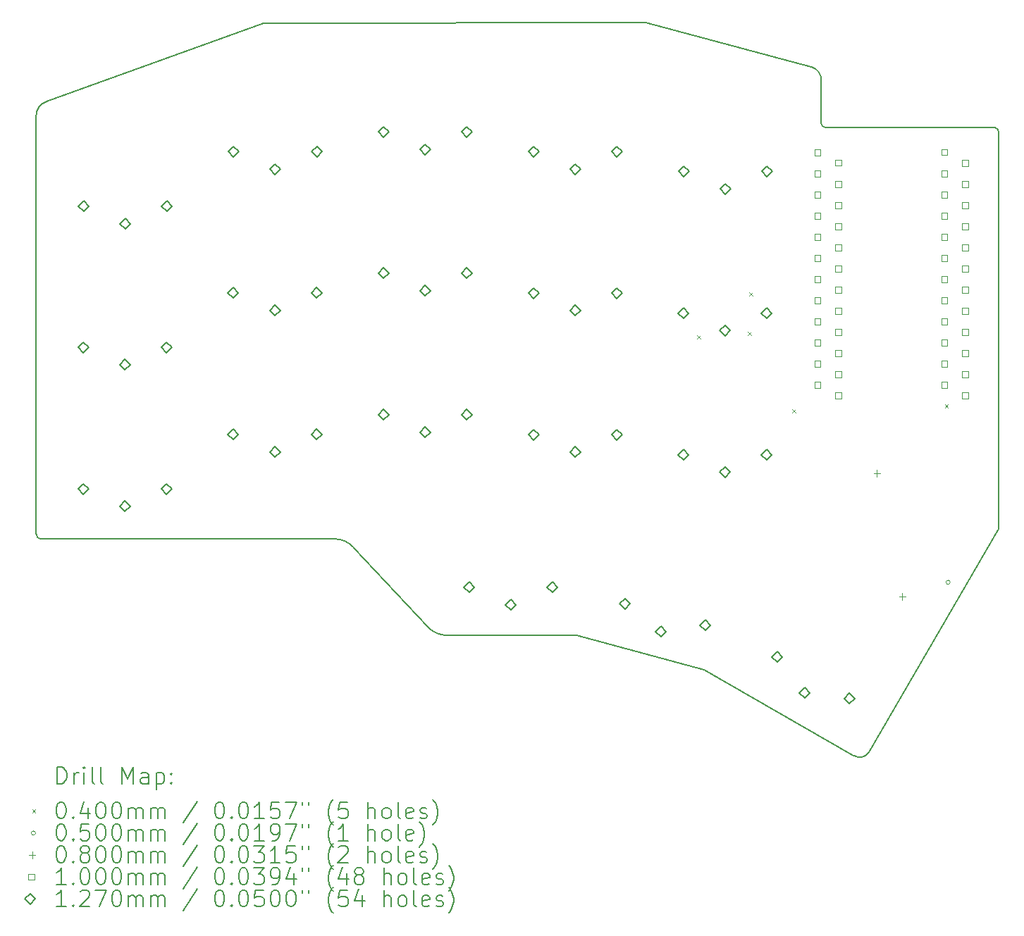
<source format=gbr>
%TF.GenerationSoftware,KiCad,Pcbnew,8.0.6*%
%TF.CreationDate,2024-11-18T19:30:31+07:00*%
%TF.ProjectId,chocowi36-rounded,63686f63-6f77-4693-9336-2d726f756e64,rev?*%
%TF.SameCoordinates,Original*%
%TF.FileFunction,Drillmap*%
%TF.FilePolarity,Positive*%
%FSLAX45Y45*%
G04 Gerber Fmt 4.5, Leading zero omitted, Abs format (unit mm)*
G04 Created by KiCad (PCBNEW 8.0.6) date 2024-11-18 19:30:31*
%MOMM*%
%LPD*%
G01*
G04 APERTURE LIST*
%ADD10C,0.150000*%
%ADD11C,0.200000*%
%ADD12C,0.100000*%
%ADD13C,0.127000*%
G04 APERTURE END LIST*
D10*
X14011000Y-12099000D02*
X15545000Y-12510000D01*
X16831000Y-5263000D02*
G75*
G02*
X16951747Y-5421000I-43000J-158000D01*
G01*
X7644713Y-5681090D02*
X10248000Y-4736000D01*
X11103000Y-10938000D02*
G75*
G02*
X11338826Y-11046012I0J-311450D01*
G01*
X11338825Y-11046014D02*
X12224000Y-11997000D01*
X19084701Y-6055000D02*
X19080000Y-10815000D01*
X12460000Y-12097452D02*
X14011000Y-12099000D01*
X7518722Y-5853000D02*
G75*
G02*
X7644713Y-5681090I180278J0D01*
G01*
X15545000Y-12510000D02*
X17338983Y-13540679D01*
X7580755Y-10940000D02*
G75*
G02*
X7519997Y-10874555I5J60930D01*
G01*
X19033633Y-5989871D02*
X16997964Y-5989871D01*
X19033633Y-5989871D02*
G75*
G02*
X19084706Y-6055000I-17993J-66699D01*
G01*
X7518722Y-5853000D02*
X7520000Y-10874555D01*
X12460000Y-12097452D02*
G75*
G02*
X12224000Y-11997000I0J327452D01*
G01*
X17528519Y-13500986D02*
X19080000Y-10815000D01*
X16997964Y-5989871D02*
G75*
G02*
X16950098Y-5939002I2036J49871D01*
G01*
X17528519Y-13500986D02*
G75*
G02*
X17335722Y-13538929I-115299J77066D01*
G01*
X16831000Y-5263000D02*
X14840000Y-4734000D01*
X16950098Y-5939002D02*
X16951747Y-5421000D01*
X10248000Y-4736000D02*
X14840000Y-4734000D01*
X11103000Y-10938000D02*
X7580755Y-10940000D01*
D11*
D12*
X15460000Y-8490000D02*
X15500000Y-8530000D01*
X15500000Y-8490000D02*
X15460000Y-8530000D01*
X16070000Y-8450000D02*
X16110000Y-8490000D01*
X16110000Y-8450000D02*
X16070000Y-8490000D01*
X16086500Y-7975000D02*
X16126500Y-8015000D01*
X16126500Y-7975000D02*
X16086500Y-8015000D01*
X16600000Y-9380000D02*
X16640000Y-9420000D01*
X16640000Y-9380000D02*
X16600000Y-9420000D01*
X18435000Y-9320000D02*
X18475000Y-9360000D01*
X18475000Y-9320000D02*
X18435000Y-9360000D01*
X18500000Y-11460000D02*
G75*
G02*
X18450000Y-11460000I-25000J0D01*
G01*
X18450000Y-11460000D02*
G75*
G02*
X18500000Y-11460000I25000J0D01*
G01*
X17620000Y-10110000D02*
X17620000Y-10190000D01*
X17580000Y-10150000D02*
X17660000Y-10150000D01*
X17925000Y-11590000D02*
X17925000Y-11670000D01*
X17885000Y-11630000D02*
X17965000Y-11630000D01*
X16941356Y-6327356D02*
X16941356Y-6256644D01*
X16870644Y-6256644D01*
X16870644Y-6327356D01*
X16941356Y-6327356D01*
X16941356Y-6581356D02*
X16941356Y-6510644D01*
X16870644Y-6510644D01*
X16870644Y-6581356D01*
X16941356Y-6581356D01*
X16941356Y-6835356D02*
X16941356Y-6764644D01*
X16870644Y-6764644D01*
X16870644Y-6835356D01*
X16941356Y-6835356D01*
X16941356Y-7089356D02*
X16941356Y-7018644D01*
X16870644Y-7018644D01*
X16870644Y-7089356D01*
X16941356Y-7089356D01*
X16941356Y-7343356D02*
X16941356Y-7272644D01*
X16870644Y-7272644D01*
X16870644Y-7343356D01*
X16941356Y-7343356D01*
X16941356Y-7597356D02*
X16941356Y-7526644D01*
X16870644Y-7526644D01*
X16870644Y-7597356D01*
X16941356Y-7597356D01*
X16941356Y-7851356D02*
X16941356Y-7780644D01*
X16870644Y-7780644D01*
X16870644Y-7851356D01*
X16941356Y-7851356D01*
X16941356Y-8105356D02*
X16941356Y-8034644D01*
X16870644Y-8034644D01*
X16870644Y-8105356D01*
X16941356Y-8105356D01*
X16941356Y-8359356D02*
X16941356Y-8288644D01*
X16870644Y-8288644D01*
X16870644Y-8359356D01*
X16941356Y-8359356D01*
X16941356Y-8613356D02*
X16941356Y-8542644D01*
X16870644Y-8542644D01*
X16870644Y-8613356D01*
X16941356Y-8613356D01*
X16941356Y-8867356D02*
X16941356Y-8796644D01*
X16870644Y-8796644D01*
X16870644Y-8867356D01*
X16941356Y-8867356D01*
X16941356Y-9121356D02*
X16941356Y-9050644D01*
X16870644Y-9050644D01*
X16870644Y-9121356D01*
X16941356Y-9121356D01*
X17190356Y-6710356D02*
X17190356Y-6639644D01*
X17119644Y-6639644D01*
X17119644Y-6710356D01*
X17190356Y-6710356D01*
X17190356Y-6964356D02*
X17190356Y-6893644D01*
X17119644Y-6893644D01*
X17119644Y-6964356D01*
X17190356Y-6964356D01*
X17190356Y-7218356D02*
X17190356Y-7147644D01*
X17119644Y-7147644D01*
X17119644Y-7218356D01*
X17190356Y-7218356D01*
X17190356Y-7472356D02*
X17190356Y-7401644D01*
X17119644Y-7401644D01*
X17119644Y-7472356D01*
X17190356Y-7472356D01*
X17190356Y-7726356D02*
X17190356Y-7655644D01*
X17119644Y-7655644D01*
X17119644Y-7726356D01*
X17190356Y-7726356D01*
X17190356Y-7980356D02*
X17190356Y-7909644D01*
X17119644Y-7909644D01*
X17119644Y-7980356D01*
X17190356Y-7980356D01*
X17190356Y-8234356D02*
X17190356Y-8163644D01*
X17119644Y-8163644D01*
X17119644Y-8234356D01*
X17190356Y-8234356D01*
X17190356Y-8488356D02*
X17190356Y-8417644D01*
X17119644Y-8417644D01*
X17119644Y-8488356D01*
X17190356Y-8488356D01*
X17190356Y-8742356D02*
X17190356Y-8671644D01*
X17119644Y-8671644D01*
X17119644Y-8742356D01*
X17190356Y-8742356D01*
X17190356Y-8996356D02*
X17190356Y-8925644D01*
X17119644Y-8925644D01*
X17119644Y-8996356D01*
X17190356Y-8996356D01*
X17190356Y-9250356D02*
X17190356Y-9179644D01*
X17119644Y-9179644D01*
X17119644Y-9250356D01*
X17190356Y-9250356D01*
X17192356Y-6453356D02*
X17192356Y-6382644D01*
X17121644Y-6382644D01*
X17121644Y-6453356D01*
X17192356Y-6453356D01*
X18463356Y-6324356D02*
X18463356Y-6253644D01*
X18392644Y-6253644D01*
X18392644Y-6324356D01*
X18463356Y-6324356D01*
X18465356Y-6581356D02*
X18465356Y-6510644D01*
X18394644Y-6510644D01*
X18394644Y-6581356D01*
X18465356Y-6581356D01*
X18465356Y-6835356D02*
X18465356Y-6764644D01*
X18394644Y-6764644D01*
X18394644Y-6835356D01*
X18465356Y-6835356D01*
X18465356Y-7089356D02*
X18465356Y-7018644D01*
X18394644Y-7018644D01*
X18394644Y-7089356D01*
X18465356Y-7089356D01*
X18465356Y-7343356D02*
X18465356Y-7272644D01*
X18394644Y-7272644D01*
X18394644Y-7343356D01*
X18465356Y-7343356D01*
X18465356Y-7597356D02*
X18465356Y-7526644D01*
X18394644Y-7526644D01*
X18394644Y-7597356D01*
X18465356Y-7597356D01*
X18465356Y-7851356D02*
X18465356Y-7780644D01*
X18394644Y-7780644D01*
X18394644Y-7851356D01*
X18465356Y-7851356D01*
X18465356Y-8105356D02*
X18465356Y-8034644D01*
X18394644Y-8034644D01*
X18394644Y-8105356D01*
X18465356Y-8105356D01*
X18465356Y-8359356D02*
X18465356Y-8288644D01*
X18394644Y-8288644D01*
X18394644Y-8359356D01*
X18465356Y-8359356D01*
X18465356Y-8613356D02*
X18465356Y-8542644D01*
X18394644Y-8542644D01*
X18394644Y-8613356D01*
X18465356Y-8613356D01*
X18465356Y-8867356D02*
X18465356Y-8796644D01*
X18394644Y-8796644D01*
X18394644Y-8867356D01*
X18465356Y-8867356D01*
X18465356Y-9121356D02*
X18465356Y-9050644D01*
X18394644Y-9050644D01*
X18394644Y-9121356D01*
X18465356Y-9121356D01*
X18714356Y-6456356D02*
X18714356Y-6385644D01*
X18643644Y-6385644D01*
X18643644Y-6456356D01*
X18714356Y-6456356D01*
X18714356Y-6710356D02*
X18714356Y-6639644D01*
X18643644Y-6639644D01*
X18643644Y-6710356D01*
X18714356Y-6710356D01*
X18714356Y-6964356D02*
X18714356Y-6893644D01*
X18643644Y-6893644D01*
X18643644Y-6964356D01*
X18714356Y-6964356D01*
X18714356Y-7218356D02*
X18714356Y-7147644D01*
X18643644Y-7147644D01*
X18643644Y-7218356D01*
X18714356Y-7218356D01*
X18714356Y-7472356D02*
X18714356Y-7401644D01*
X18643644Y-7401644D01*
X18643644Y-7472356D01*
X18714356Y-7472356D01*
X18714356Y-7726356D02*
X18714356Y-7655644D01*
X18643644Y-7655644D01*
X18643644Y-7726356D01*
X18714356Y-7726356D01*
X18714356Y-7980356D02*
X18714356Y-7909644D01*
X18643644Y-7909644D01*
X18643644Y-7980356D01*
X18714356Y-7980356D01*
X18714356Y-8234356D02*
X18714356Y-8163644D01*
X18643644Y-8163644D01*
X18643644Y-8234356D01*
X18714356Y-8234356D01*
X18714356Y-8488356D02*
X18714356Y-8417644D01*
X18643644Y-8417644D01*
X18643644Y-8488356D01*
X18714356Y-8488356D01*
X18714356Y-8742356D02*
X18714356Y-8671644D01*
X18643644Y-8671644D01*
X18643644Y-8742356D01*
X18714356Y-8742356D01*
X18714356Y-8996356D02*
X18714356Y-8925644D01*
X18643644Y-8925644D01*
X18643644Y-8996356D01*
X18714356Y-8996356D01*
X18714356Y-9250356D02*
X18714356Y-9179644D01*
X18643644Y-9179644D01*
X18643644Y-9250356D01*
X18714356Y-9250356D01*
D13*
X8085200Y-8698500D02*
X8148700Y-8635000D01*
X8085200Y-8571500D01*
X8021700Y-8635000D01*
X8085200Y-8698500D01*
X8085200Y-10400300D02*
X8148700Y-10336800D01*
X8085200Y-10273300D01*
X8021700Y-10336800D01*
X8085200Y-10400300D01*
X8091000Y-7001500D02*
X8154500Y-6938000D01*
X8091000Y-6874500D01*
X8027500Y-6938000D01*
X8091000Y-7001500D01*
X8585200Y-8908500D02*
X8648700Y-8845000D01*
X8585200Y-8781500D01*
X8521700Y-8845000D01*
X8585200Y-8908500D01*
X8585200Y-10610300D02*
X8648700Y-10546800D01*
X8585200Y-10483300D01*
X8521700Y-10546800D01*
X8585200Y-10610300D01*
X8591000Y-7211500D02*
X8654500Y-7148000D01*
X8591000Y-7084500D01*
X8527500Y-7148000D01*
X8591000Y-7211500D01*
X9085200Y-8698500D02*
X9148700Y-8635000D01*
X9085200Y-8571500D01*
X9021700Y-8635000D01*
X9085200Y-8698500D01*
X9085200Y-10400300D02*
X9148700Y-10336800D01*
X9085200Y-10273300D01*
X9021700Y-10336800D01*
X9085200Y-10400300D01*
X9091000Y-7001500D02*
X9154500Y-6938000D01*
X9091000Y-6874500D01*
X9027500Y-6938000D01*
X9091000Y-7001500D01*
X9887000Y-8044500D02*
X9950500Y-7981000D01*
X9887000Y-7917500D01*
X9823500Y-7981000D01*
X9887000Y-8044500D01*
X9887000Y-9746300D02*
X9950500Y-9682800D01*
X9887000Y-9619300D01*
X9823500Y-9682800D01*
X9887000Y-9746300D01*
X9891000Y-6345500D02*
X9954500Y-6282000D01*
X9891000Y-6218500D01*
X9827500Y-6282000D01*
X9891000Y-6345500D01*
X10387000Y-8254500D02*
X10450500Y-8191000D01*
X10387000Y-8127500D01*
X10323500Y-8191000D01*
X10387000Y-8254500D01*
X10387000Y-9956300D02*
X10450500Y-9892800D01*
X10387000Y-9829300D01*
X10323500Y-9892800D01*
X10387000Y-9956300D01*
X10391000Y-6555500D02*
X10454500Y-6492000D01*
X10391000Y-6428500D01*
X10327500Y-6492000D01*
X10391000Y-6555500D01*
X10887000Y-8044500D02*
X10950500Y-7981000D01*
X10887000Y-7917500D01*
X10823500Y-7981000D01*
X10887000Y-8044500D01*
X10887000Y-9746300D02*
X10950500Y-9682800D01*
X10887000Y-9619300D01*
X10823500Y-9682800D01*
X10887000Y-9746300D01*
X10891000Y-6345500D02*
X10954500Y-6282000D01*
X10891000Y-6218500D01*
X10827500Y-6282000D01*
X10891000Y-6345500D01*
X11691000Y-6109500D02*
X11754500Y-6046000D01*
X11691000Y-5982500D01*
X11627500Y-6046000D01*
X11691000Y-6109500D01*
X11691000Y-7807500D02*
X11754500Y-7744000D01*
X11691000Y-7680500D01*
X11627500Y-7744000D01*
X11691000Y-7807500D01*
X11691000Y-9509300D02*
X11754500Y-9445800D01*
X11691000Y-9382300D01*
X11627500Y-9445800D01*
X11691000Y-9509300D01*
X12191000Y-6319500D02*
X12254500Y-6256000D01*
X12191000Y-6192500D01*
X12127500Y-6256000D01*
X12191000Y-6319500D01*
X12191000Y-8017500D02*
X12254500Y-7954000D01*
X12191000Y-7890500D01*
X12127500Y-7954000D01*
X12191000Y-8017500D01*
X12191000Y-9719300D02*
X12254500Y-9655800D01*
X12191000Y-9592300D01*
X12127500Y-9655800D01*
X12191000Y-9719300D01*
X12691000Y-6109500D02*
X12754500Y-6046000D01*
X12691000Y-5982500D01*
X12627500Y-6046000D01*
X12691000Y-6109500D01*
X12691000Y-7807500D02*
X12754500Y-7744000D01*
X12691000Y-7680500D01*
X12627500Y-7744000D01*
X12691000Y-7807500D01*
X12691000Y-9509300D02*
X12754500Y-9445800D01*
X12691000Y-9382300D01*
X12627500Y-9445800D01*
X12691000Y-9509300D01*
X12720000Y-11583500D02*
X12783500Y-11520000D01*
X12720000Y-11456500D01*
X12656500Y-11520000D01*
X12720000Y-11583500D01*
X13220000Y-11793500D02*
X13283500Y-11730000D01*
X13220000Y-11666500D01*
X13156500Y-11730000D01*
X13220000Y-11793500D01*
X13495400Y-6345500D02*
X13558900Y-6282000D01*
X13495400Y-6218500D01*
X13431900Y-6282000D01*
X13495400Y-6345500D01*
X13495400Y-8046700D02*
X13558900Y-7983200D01*
X13495400Y-7919700D01*
X13431900Y-7983200D01*
X13495400Y-8046700D01*
X13495400Y-9748500D02*
X13558900Y-9685000D01*
X13495400Y-9621500D01*
X13431900Y-9685000D01*
X13495400Y-9748500D01*
X13720000Y-11583500D02*
X13783500Y-11520000D01*
X13720000Y-11456500D01*
X13656500Y-11520000D01*
X13720000Y-11583500D01*
X13995400Y-6555500D02*
X14058900Y-6492000D01*
X13995400Y-6428500D01*
X13931900Y-6492000D01*
X13995400Y-6555500D01*
X13995400Y-8256700D02*
X14058900Y-8193200D01*
X13995400Y-8129700D01*
X13931900Y-8193200D01*
X13995400Y-8256700D01*
X13995400Y-9958500D02*
X14058900Y-9895000D01*
X13995400Y-9831500D01*
X13931900Y-9895000D01*
X13995400Y-9958500D01*
X14495400Y-6345500D02*
X14558900Y-6282000D01*
X14495400Y-6218500D01*
X14431900Y-6282000D01*
X14495400Y-6345500D01*
X14495400Y-8046700D02*
X14558900Y-7983200D01*
X14495400Y-7919700D01*
X14431900Y-7983200D01*
X14495400Y-8046700D01*
X14495400Y-9748500D02*
X14558900Y-9685000D01*
X14495400Y-9621500D01*
X14431900Y-9685000D01*
X14495400Y-9748500D01*
X14594076Y-11781242D02*
X14657576Y-11717742D01*
X14594076Y-11654242D01*
X14530576Y-11717742D01*
X14594076Y-11781242D01*
X15022687Y-12113496D02*
X15086187Y-12049996D01*
X15022687Y-11986496D01*
X14959187Y-12049996D01*
X15022687Y-12113496D01*
X15294000Y-8287500D02*
X15357500Y-8224000D01*
X15294000Y-8160500D01*
X15230500Y-8224000D01*
X15294000Y-8287500D01*
X15294000Y-9989300D02*
X15357500Y-9925800D01*
X15294000Y-9862300D01*
X15230500Y-9925800D01*
X15294000Y-9989300D01*
X15298800Y-6583500D02*
X15362300Y-6520000D01*
X15298800Y-6456500D01*
X15235300Y-6520000D01*
X15298800Y-6583500D01*
X15560002Y-12040061D02*
X15623502Y-11976561D01*
X15560002Y-11913061D01*
X15496502Y-11976561D01*
X15560002Y-12040061D01*
X15794000Y-8497500D02*
X15857500Y-8434000D01*
X15794000Y-8370500D01*
X15730500Y-8434000D01*
X15794000Y-8497500D01*
X15794000Y-10199300D02*
X15857500Y-10135800D01*
X15794000Y-10072300D01*
X15730500Y-10135800D01*
X15794000Y-10199300D01*
X15798800Y-6793500D02*
X15862300Y-6730000D01*
X15798800Y-6666500D01*
X15735300Y-6730000D01*
X15798800Y-6793500D01*
X16294000Y-8287500D02*
X16357500Y-8224000D01*
X16294000Y-8160500D01*
X16230500Y-8224000D01*
X16294000Y-8287500D01*
X16294000Y-9989300D02*
X16357500Y-9925800D01*
X16294000Y-9862300D01*
X16230500Y-9925800D01*
X16294000Y-9989300D01*
X16298800Y-6583500D02*
X16362300Y-6520000D01*
X16298800Y-6456500D01*
X16235300Y-6520000D01*
X16298800Y-6583500D01*
X16421987Y-12421640D02*
X16485487Y-12358140D01*
X16421987Y-12294640D01*
X16358487Y-12358140D01*
X16421987Y-12421640D01*
X16750000Y-12853505D02*
X16813500Y-12790005D01*
X16750000Y-12726505D01*
X16686500Y-12790005D01*
X16750000Y-12853505D01*
X17288013Y-12921640D02*
X17351513Y-12858140D01*
X17288013Y-12794640D01*
X17224513Y-12858140D01*
X17288013Y-12921640D01*
D11*
X7771999Y-13881587D02*
X7771999Y-13681587D01*
X7771999Y-13681587D02*
X7819618Y-13681587D01*
X7819618Y-13681587D02*
X7848190Y-13691111D01*
X7848190Y-13691111D02*
X7867237Y-13710158D01*
X7867237Y-13710158D02*
X7876761Y-13729206D01*
X7876761Y-13729206D02*
X7886285Y-13767301D01*
X7886285Y-13767301D02*
X7886285Y-13795872D01*
X7886285Y-13795872D02*
X7876761Y-13833968D01*
X7876761Y-13833968D02*
X7867237Y-13853015D01*
X7867237Y-13853015D02*
X7848190Y-13872063D01*
X7848190Y-13872063D02*
X7819618Y-13881587D01*
X7819618Y-13881587D02*
X7771999Y-13881587D01*
X7971999Y-13881587D02*
X7971999Y-13748253D01*
X7971999Y-13786349D02*
X7981523Y-13767301D01*
X7981523Y-13767301D02*
X7991047Y-13757777D01*
X7991047Y-13757777D02*
X8010094Y-13748253D01*
X8010094Y-13748253D02*
X8029142Y-13748253D01*
X8095809Y-13881587D02*
X8095809Y-13748253D01*
X8095809Y-13681587D02*
X8086285Y-13691111D01*
X8086285Y-13691111D02*
X8095809Y-13700634D01*
X8095809Y-13700634D02*
X8105332Y-13691111D01*
X8105332Y-13691111D02*
X8095809Y-13681587D01*
X8095809Y-13681587D02*
X8095809Y-13700634D01*
X8219618Y-13881587D02*
X8200571Y-13872063D01*
X8200571Y-13872063D02*
X8191047Y-13853015D01*
X8191047Y-13853015D02*
X8191047Y-13681587D01*
X8324380Y-13881587D02*
X8305332Y-13872063D01*
X8305332Y-13872063D02*
X8295809Y-13853015D01*
X8295809Y-13853015D02*
X8295809Y-13681587D01*
X8552952Y-13881587D02*
X8552952Y-13681587D01*
X8552952Y-13681587D02*
X8619618Y-13824444D01*
X8619618Y-13824444D02*
X8686285Y-13681587D01*
X8686285Y-13681587D02*
X8686285Y-13881587D01*
X8867237Y-13881587D02*
X8867237Y-13776825D01*
X8867237Y-13776825D02*
X8857714Y-13757777D01*
X8857714Y-13757777D02*
X8838666Y-13748253D01*
X8838666Y-13748253D02*
X8800571Y-13748253D01*
X8800571Y-13748253D02*
X8781523Y-13757777D01*
X8867237Y-13872063D02*
X8848190Y-13881587D01*
X8848190Y-13881587D02*
X8800571Y-13881587D01*
X8800571Y-13881587D02*
X8781523Y-13872063D01*
X8781523Y-13872063D02*
X8771999Y-13853015D01*
X8771999Y-13853015D02*
X8771999Y-13833968D01*
X8771999Y-13833968D02*
X8781523Y-13814920D01*
X8781523Y-13814920D02*
X8800571Y-13805396D01*
X8800571Y-13805396D02*
X8848190Y-13805396D01*
X8848190Y-13805396D02*
X8867237Y-13795872D01*
X8962475Y-13748253D02*
X8962475Y-13948253D01*
X8962475Y-13757777D02*
X8981523Y-13748253D01*
X8981523Y-13748253D02*
X9019618Y-13748253D01*
X9019618Y-13748253D02*
X9038666Y-13757777D01*
X9038666Y-13757777D02*
X9048190Y-13767301D01*
X9048190Y-13767301D02*
X9057714Y-13786349D01*
X9057714Y-13786349D02*
X9057714Y-13843491D01*
X9057714Y-13843491D02*
X9048190Y-13862539D01*
X9048190Y-13862539D02*
X9038666Y-13872063D01*
X9038666Y-13872063D02*
X9019618Y-13881587D01*
X9019618Y-13881587D02*
X8981523Y-13881587D01*
X8981523Y-13881587D02*
X8962475Y-13872063D01*
X9143428Y-13862539D02*
X9152952Y-13872063D01*
X9152952Y-13872063D02*
X9143428Y-13881587D01*
X9143428Y-13881587D02*
X9133904Y-13872063D01*
X9133904Y-13872063D02*
X9143428Y-13862539D01*
X9143428Y-13862539D02*
X9143428Y-13881587D01*
X9143428Y-13757777D02*
X9152952Y-13767301D01*
X9152952Y-13767301D02*
X9143428Y-13776825D01*
X9143428Y-13776825D02*
X9133904Y-13767301D01*
X9133904Y-13767301D02*
X9143428Y-13757777D01*
X9143428Y-13757777D02*
X9143428Y-13776825D01*
D12*
X7471222Y-14190103D02*
X7511222Y-14230103D01*
X7511222Y-14190103D02*
X7471222Y-14230103D01*
D11*
X7810094Y-14101587D02*
X7829142Y-14101587D01*
X7829142Y-14101587D02*
X7848190Y-14111111D01*
X7848190Y-14111111D02*
X7857713Y-14120634D01*
X7857713Y-14120634D02*
X7867237Y-14139682D01*
X7867237Y-14139682D02*
X7876761Y-14177777D01*
X7876761Y-14177777D02*
X7876761Y-14225396D01*
X7876761Y-14225396D02*
X7867237Y-14263491D01*
X7867237Y-14263491D02*
X7857713Y-14282539D01*
X7857713Y-14282539D02*
X7848190Y-14292063D01*
X7848190Y-14292063D02*
X7829142Y-14301587D01*
X7829142Y-14301587D02*
X7810094Y-14301587D01*
X7810094Y-14301587D02*
X7791047Y-14292063D01*
X7791047Y-14292063D02*
X7781523Y-14282539D01*
X7781523Y-14282539D02*
X7771999Y-14263491D01*
X7771999Y-14263491D02*
X7762475Y-14225396D01*
X7762475Y-14225396D02*
X7762475Y-14177777D01*
X7762475Y-14177777D02*
X7771999Y-14139682D01*
X7771999Y-14139682D02*
X7781523Y-14120634D01*
X7781523Y-14120634D02*
X7791047Y-14111111D01*
X7791047Y-14111111D02*
X7810094Y-14101587D01*
X7962475Y-14282539D02*
X7971999Y-14292063D01*
X7971999Y-14292063D02*
X7962475Y-14301587D01*
X7962475Y-14301587D02*
X7952952Y-14292063D01*
X7952952Y-14292063D02*
X7962475Y-14282539D01*
X7962475Y-14282539D02*
X7962475Y-14301587D01*
X8143428Y-14168253D02*
X8143428Y-14301587D01*
X8095809Y-14092063D02*
X8048190Y-14234920D01*
X8048190Y-14234920D02*
X8171999Y-14234920D01*
X8286285Y-14101587D02*
X8305333Y-14101587D01*
X8305333Y-14101587D02*
X8324380Y-14111111D01*
X8324380Y-14111111D02*
X8333904Y-14120634D01*
X8333904Y-14120634D02*
X8343428Y-14139682D01*
X8343428Y-14139682D02*
X8352952Y-14177777D01*
X8352952Y-14177777D02*
X8352952Y-14225396D01*
X8352952Y-14225396D02*
X8343428Y-14263491D01*
X8343428Y-14263491D02*
X8333904Y-14282539D01*
X8333904Y-14282539D02*
X8324380Y-14292063D01*
X8324380Y-14292063D02*
X8305333Y-14301587D01*
X8305333Y-14301587D02*
X8286285Y-14301587D01*
X8286285Y-14301587D02*
X8267237Y-14292063D01*
X8267237Y-14292063D02*
X8257713Y-14282539D01*
X8257713Y-14282539D02*
X8248190Y-14263491D01*
X8248190Y-14263491D02*
X8238666Y-14225396D01*
X8238666Y-14225396D02*
X8238666Y-14177777D01*
X8238666Y-14177777D02*
X8248190Y-14139682D01*
X8248190Y-14139682D02*
X8257713Y-14120634D01*
X8257713Y-14120634D02*
X8267237Y-14111111D01*
X8267237Y-14111111D02*
X8286285Y-14101587D01*
X8476761Y-14101587D02*
X8495809Y-14101587D01*
X8495809Y-14101587D02*
X8514856Y-14111111D01*
X8514856Y-14111111D02*
X8524380Y-14120634D01*
X8524380Y-14120634D02*
X8533904Y-14139682D01*
X8533904Y-14139682D02*
X8543428Y-14177777D01*
X8543428Y-14177777D02*
X8543428Y-14225396D01*
X8543428Y-14225396D02*
X8533904Y-14263491D01*
X8533904Y-14263491D02*
X8524380Y-14282539D01*
X8524380Y-14282539D02*
X8514856Y-14292063D01*
X8514856Y-14292063D02*
X8495809Y-14301587D01*
X8495809Y-14301587D02*
X8476761Y-14301587D01*
X8476761Y-14301587D02*
X8457714Y-14292063D01*
X8457714Y-14292063D02*
X8448190Y-14282539D01*
X8448190Y-14282539D02*
X8438666Y-14263491D01*
X8438666Y-14263491D02*
X8429142Y-14225396D01*
X8429142Y-14225396D02*
X8429142Y-14177777D01*
X8429142Y-14177777D02*
X8438666Y-14139682D01*
X8438666Y-14139682D02*
X8448190Y-14120634D01*
X8448190Y-14120634D02*
X8457714Y-14111111D01*
X8457714Y-14111111D02*
X8476761Y-14101587D01*
X8629142Y-14301587D02*
X8629142Y-14168253D01*
X8629142Y-14187301D02*
X8638666Y-14177777D01*
X8638666Y-14177777D02*
X8657714Y-14168253D01*
X8657714Y-14168253D02*
X8686285Y-14168253D01*
X8686285Y-14168253D02*
X8705333Y-14177777D01*
X8705333Y-14177777D02*
X8714856Y-14196825D01*
X8714856Y-14196825D02*
X8714856Y-14301587D01*
X8714856Y-14196825D02*
X8724380Y-14177777D01*
X8724380Y-14177777D02*
X8743428Y-14168253D01*
X8743428Y-14168253D02*
X8771999Y-14168253D01*
X8771999Y-14168253D02*
X8791047Y-14177777D01*
X8791047Y-14177777D02*
X8800571Y-14196825D01*
X8800571Y-14196825D02*
X8800571Y-14301587D01*
X8895809Y-14301587D02*
X8895809Y-14168253D01*
X8895809Y-14187301D02*
X8905333Y-14177777D01*
X8905333Y-14177777D02*
X8924380Y-14168253D01*
X8924380Y-14168253D02*
X8952952Y-14168253D01*
X8952952Y-14168253D02*
X8971999Y-14177777D01*
X8971999Y-14177777D02*
X8981523Y-14196825D01*
X8981523Y-14196825D02*
X8981523Y-14301587D01*
X8981523Y-14196825D02*
X8991047Y-14177777D01*
X8991047Y-14177777D02*
X9010095Y-14168253D01*
X9010095Y-14168253D02*
X9038666Y-14168253D01*
X9038666Y-14168253D02*
X9057714Y-14177777D01*
X9057714Y-14177777D02*
X9067237Y-14196825D01*
X9067237Y-14196825D02*
X9067237Y-14301587D01*
X9457714Y-14092063D02*
X9286285Y-14349206D01*
X9714857Y-14101587D02*
X9733904Y-14101587D01*
X9733904Y-14101587D02*
X9752952Y-14111111D01*
X9752952Y-14111111D02*
X9762476Y-14120634D01*
X9762476Y-14120634D02*
X9771999Y-14139682D01*
X9771999Y-14139682D02*
X9781523Y-14177777D01*
X9781523Y-14177777D02*
X9781523Y-14225396D01*
X9781523Y-14225396D02*
X9771999Y-14263491D01*
X9771999Y-14263491D02*
X9762476Y-14282539D01*
X9762476Y-14282539D02*
X9752952Y-14292063D01*
X9752952Y-14292063D02*
X9733904Y-14301587D01*
X9733904Y-14301587D02*
X9714857Y-14301587D01*
X9714857Y-14301587D02*
X9695809Y-14292063D01*
X9695809Y-14292063D02*
X9686285Y-14282539D01*
X9686285Y-14282539D02*
X9676761Y-14263491D01*
X9676761Y-14263491D02*
X9667238Y-14225396D01*
X9667238Y-14225396D02*
X9667238Y-14177777D01*
X9667238Y-14177777D02*
X9676761Y-14139682D01*
X9676761Y-14139682D02*
X9686285Y-14120634D01*
X9686285Y-14120634D02*
X9695809Y-14111111D01*
X9695809Y-14111111D02*
X9714857Y-14101587D01*
X9867238Y-14282539D02*
X9876761Y-14292063D01*
X9876761Y-14292063D02*
X9867238Y-14301587D01*
X9867238Y-14301587D02*
X9857714Y-14292063D01*
X9857714Y-14292063D02*
X9867238Y-14282539D01*
X9867238Y-14282539D02*
X9867238Y-14301587D01*
X10000571Y-14101587D02*
X10019619Y-14101587D01*
X10019619Y-14101587D02*
X10038666Y-14111111D01*
X10038666Y-14111111D02*
X10048190Y-14120634D01*
X10048190Y-14120634D02*
X10057714Y-14139682D01*
X10057714Y-14139682D02*
X10067238Y-14177777D01*
X10067238Y-14177777D02*
X10067238Y-14225396D01*
X10067238Y-14225396D02*
X10057714Y-14263491D01*
X10057714Y-14263491D02*
X10048190Y-14282539D01*
X10048190Y-14282539D02*
X10038666Y-14292063D01*
X10038666Y-14292063D02*
X10019619Y-14301587D01*
X10019619Y-14301587D02*
X10000571Y-14301587D01*
X10000571Y-14301587D02*
X9981523Y-14292063D01*
X9981523Y-14292063D02*
X9971999Y-14282539D01*
X9971999Y-14282539D02*
X9962476Y-14263491D01*
X9962476Y-14263491D02*
X9952952Y-14225396D01*
X9952952Y-14225396D02*
X9952952Y-14177777D01*
X9952952Y-14177777D02*
X9962476Y-14139682D01*
X9962476Y-14139682D02*
X9971999Y-14120634D01*
X9971999Y-14120634D02*
X9981523Y-14111111D01*
X9981523Y-14111111D02*
X10000571Y-14101587D01*
X10257714Y-14301587D02*
X10143428Y-14301587D01*
X10200571Y-14301587D02*
X10200571Y-14101587D01*
X10200571Y-14101587D02*
X10181523Y-14130158D01*
X10181523Y-14130158D02*
X10162476Y-14149206D01*
X10162476Y-14149206D02*
X10143428Y-14158730D01*
X10438666Y-14101587D02*
X10343428Y-14101587D01*
X10343428Y-14101587D02*
X10333904Y-14196825D01*
X10333904Y-14196825D02*
X10343428Y-14187301D01*
X10343428Y-14187301D02*
X10362476Y-14177777D01*
X10362476Y-14177777D02*
X10410095Y-14177777D01*
X10410095Y-14177777D02*
X10429142Y-14187301D01*
X10429142Y-14187301D02*
X10438666Y-14196825D01*
X10438666Y-14196825D02*
X10448190Y-14215872D01*
X10448190Y-14215872D02*
X10448190Y-14263491D01*
X10448190Y-14263491D02*
X10438666Y-14282539D01*
X10438666Y-14282539D02*
X10429142Y-14292063D01*
X10429142Y-14292063D02*
X10410095Y-14301587D01*
X10410095Y-14301587D02*
X10362476Y-14301587D01*
X10362476Y-14301587D02*
X10343428Y-14292063D01*
X10343428Y-14292063D02*
X10333904Y-14282539D01*
X10514857Y-14101587D02*
X10648190Y-14101587D01*
X10648190Y-14101587D02*
X10562476Y-14301587D01*
X10714857Y-14101587D02*
X10714857Y-14139682D01*
X10791047Y-14101587D02*
X10791047Y-14139682D01*
X11086285Y-14377777D02*
X11076761Y-14368253D01*
X11076761Y-14368253D02*
X11057714Y-14339682D01*
X11057714Y-14339682D02*
X11048190Y-14320634D01*
X11048190Y-14320634D02*
X11038666Y-14292063D01*
X11038666Y-14292063D02*
X11029142Y-14244444D01*
X11029142Y-14244444D02*
X11029142Y-14206349D01*
X11029142Y-14206349D02*
X11038666Y-14158730D01*
X11038666Y-14158730D02*
X11048190Y-14130158D01*
X11048190Y-14130158D02*
X11057714Y-14111111D01*
X11057714Y-14111111D02*
X11076761Y-14082539D01*
X11076761Y-14082539D02*
X11086285Y-14073015D01*
X11257714Y-14101587D02*
X11162476Y-14101587D01*
X11162476Y-14101587D02*
X11152952Y-14196825D01*
X11152952Y-14196825D02*
X11162476Y-14187301D01*
X11162476Y-14187301D02*
X11181523Y-14177777D01*
X11181523Y-14177777D02*
X11229142Y-14177777D01*
X11229142Y-14177777D02*
X11248190Y-14187301D01*
X11248190Y-14187301D02*
X11257714Y-14196825D01*
X11257714Y-14196825D02*
X11267238Y-14215872D01*
X11267238Y-14215872D02*
X11267238Y-14263491D01*
X11267238Y-14263491D02*
X11257714Y-14282539D01*
X11257714Y-14282539D02*
X11248190Y-14292063D01*
X11248190Y-14292063D02*
X11229142Y-14301587D01*
X11229142Y-14301587D02*
X11181523Y-14301587D01*
X11181523Y-14301587D02*
X11162476Y-14292063D01*
X11162476Y-14292063D02*
X11152952Y-14282539D01*
X11505333Y-14301587D02*
X11505333Y-14101587D01*
X11591047Y-14301587D02*
X11591047Y-14196825D01*
X11591047Y-14196825D02*
X11581523Y-14177777D01*
X11581523Y-14177777D02*
X11562476Y-14168253D01*
X11562476Y-14168253D02*
X11533904Y-14168253D01*
X11533904Y-14168253D02*
X11514857Y-14177777D01*
X11514857Y-14177777D02*
X11505333Y-14187301D01*
X11714857Y-14301587D02*
X11695809Y-14292063D01*
X11695809Y-14292063D02*
X11686285Y-14282539D01*
X11686285Y-14282539D02*
X11676761Y-14263491D01*
X11676761Y-14263491D02*
X11676761Y-14206349D01*
X11676761Y-14206349D02*
X11686285Y-14187301D01*
X11686285Y-14187301D02*
X11695809Y-14177777D01*
X11695809Y-14177777D02*
X11714857Y-14168253D01*
X11714857Y-14168253D02*
X11743428Y-14168253D01*
X11743428Y-14168253D02*
X11762476Y-14177777D01*
X11762476Y-14177777D02*
X11772000Y-14187301D01*
X11772000Y-14187301D02*
X11781523Y-14206349D01*
X11781523Y-14206349D02*
X11781523Y-14263491D01*
X11781523Y-14263491D02*
X11772000Y-14282539D01*
X11772000Y-14282539D02*
X11762476Y-14292063D01*
X11762476Y-14292063D02*
X11743428Y-14301587D01*
X11743428Y-14301587D02*
X11714857Y-14301587D01*
X11895809Y-14301587D02*
X11876761Y-14292063D01*
X11876761Y-14292063D02*
X11867238Y-14273015D01*
X11867238Y-14273015D02*
X11867238Y-14101587D01*
X12048190Y-14292063D02*
X12029142Y-14301587D01*
X12029142Y-14301587D02*
X11991047Y-14301587D01*
X11991047Y-14301587D02*
X11972000Y-14292063D01*
X11972000Y-14292063D02*
X11962476Y-14273015D01*
X11962476Y-14273015D02*
X11962476Y-14196825D01*
X11962476Y-14196825D02*
X11972000Y-14177777D01*
X11972000Y-14177777D02*
X11991047Y-14168253D01*
X11991047Y-14168253D02*
X12029142Y-14168253D01*
X12029142Y-14168253D02*
X12048190Y-14177777D01*
X12048190Y-14177777D02*
X12057714Y-14196825D01*
X12057714Y-14196825D02*
X12057714Y-14215872D01*
X12057714Y-14215872D02*
X11962476Y-14234920D01*
X12133904Y-14292063D02*
X12152952Y-14301587D01*
X12152952Y-14301587D02*
X12191047Y-14301587D01*
X12191047Y-14301587D02*
X12210095Y-14292063D01*
X12210095Y-14292063D02*
X12219619Y-14273015D01*
X12219619Y-14273015D02*
X12219619Y-14263491D01*
X12219619Y-14263491D02*
X12210095Y-14244444D01*
X12210095Y-14244444D02*
X12191047Y-14234920D01*
X12191047Y-14234920D02*
X12162476Y-14234920D01*
X12162476Y-14234920D02*
X12143428Y-14225396D01*
X12143428Y-14225396D02*
X12133904Y-14206349D01*
X12133904Y-14206349D02*
X12133904Y-14196825D01*
X12133904Y-14196825D02*
X12143428Y-14177777D01*
X12143428Y-14177777D02*
X12162476Y-14168253D01*
X12162476Y-14168253D02*
X12191047Y-14168253D01*
X12191047Y-14168253D02*
X12210095Y-14177777D01*
X12286285Y-14377777D02*
X12295809Y-14368253D01*
X12295809Y-14368253D02*
X12314857Y-14339682D01*
X12314857Y-14339682D02*
X12324381Y-14320634D01*
X12324381Y-14320634D02*
X12333904Y-14292063D01*
X12333904Y-14292063D02*
X12343428Y-14244444D01*
X12343428Y-14244444D02*
X12343428Y-14206349D01*
X12343428Y-14206349D02*
X12333904Y-14158730D01*
X12333904Y-14158730D02*
X12324381Y-14130158D01*
X12324381Y-14130158D02*
X12314857Y-14111111D01*
X12314857Y-14111111D02*
X12295809Y-14082539D01*
X12295809Y-14082539D02*
X12286285Y-14073015D01*
D12*
X7511222Y-14474103D02*
G75*
G02*
X7461222Y-14474103I-25000J0D01*
G01*
X7461222Y-14474103D02*
G75*
G02*
X7511222Y-14474103I25000J0D01*
G01*
D11*
X7810094Y-14365587D02*
X7829142Y-14365587D01*
X7829142Y-14365587D02*
X7848190Y-14375111D01*
X7848190Y-14375111D02*
X7857713Y-14384634D01*
X7857713Y-14384634D02*
X7867237Y-14403682D01*
X7867237Y-14403682D02*
X7876761Y-14441777D01*
X7876761Y-14441777D02*
X7876761Y-14489396D01*
X7876761Y-14489396D02*
X7867237Y-14527491D01*
X7867237Y-14527491D02*
X7857713Y-14546539D01*
X7857713Y-14546539D02*
X7848190Y-14556063D01*
X7848190Y-14556063D02*
X7829142Y-14565587D01*
X7829142Y-14565587D02*
X7810094Y-14565587D01*
X7810094Y-14565587D02*
X7791047Y-14556063D01*
X7791047Y-14556063D02*
X7781523Y-14546539D01*
X7781523Y-14546539D02*
X7771999Y-14527491D01*
X7771999Y-14527491D02*
X7762475Y-14489396D01*
X7762475Y-14489396D02*
X7762475Y-14441777D01*
X7762475Y-14441777D02*
X7771999Y-14403682D01*
X7771999Y-14403682D02*
X7781523Y-14384634D01*
X7781523Y-14384634D02*
X7791047Y-14375111D01*
X7791047Y-14375111D02*
X7810094Y-14365587D01*
X7962475Y-14546539D02*
X7971999Y-14556063D01*
X7971999Y-14556063D02*
X7962475Y-14565587D01*
X7962475Y-14565587D02*
X7952952Y-14556063D01*
X7952952Y-14556063D02*
X7962475Y-14546539D01*
X7962475Y-14546539D02*
X7962475Y-14565587D01*
X8152952Y-14365587D02*
X8057713Y-14365587D01*
X8057713Y-14365587D02*
X8048190Y-14460825D01*
X8048190Y-14460825D02*
X8057713Y-14451301D01*
X8057713Y-14451301D02*
X8076761Y-14441777D01*
X8076761Y-14441777D02*
X8124380Y-14441777D01*
X8124380Y-14441777D02*
X8143428Y-14451301D01*
X8143428Y-14451301D02*
X8152952Y-14460825D01*
X8152952Y-14460825D02*
X8162475Y-14479872D01*
X8162475Y-14479872D02*
X8162475Y-14527491D01*
X8162475Y-14527491D02*
X8152952Y-14546539D01*
X8152952Y-14546539D02*
X8143428Y-14556063D01*
X8143428Y-14556063D02*
X8124380Y-14565587D01*
X8124380Y-14565587D02*
X8076761Y-14565587D01*
X8076761Y-14565587D02*
X8057713Y-14556063D01*
X8057713Y-14556063D02*
X8048190Y-14546539D01*
X8286285Y-14365587D02*
X8305333Y-14365587D01*
X8305333Y-14365587D02*
X8324380Y-14375111D01*
X8324380Y-14375111D02*
X8333904Y-14384634D01*
X8333904Y-14384634D02*
X8343428Y-14403682D01*
X8343428Y-14403682D02*
X8352952Y-14441777D01*
X8352952Y-14441777D02*
X8352952Y-14489396D01*
X8352952Y-14489396D02*
X8343428Y-14527491D01*
X8343428Y-14527491D02*
X8333904Y-14546539D01*
X8333904Y-14546539D02*
X8324380Y-14556063D01*
X8324380Y-14556063D02*
X8305333Y-14565587D01*
X8305333Y-14565587D02*
X8286285Y-14565587D01*
X8286285Y-14565587D02*
X8267237Y-14556063D01*
X8267237Y-14556063D02*
X8257713Y-14546539D01*
X8257713Y-14546539D02*
X8248190Y-14527491D01*
X8248190Y-14527491D02*
X8238666Y-14489396D01*
X8238666Y-14489396D02*
X8238666Y-14441777D01*
X8238666Y-14441777D02*
X8248190Y-14403682D01*
X8248190Y-14403682D02*
X8257713Y-14384634D01*
X8257713Y-14384634D02*
X8267237Y-14375111D01*
X8267237Y-14375111D02*
X8286285Y-14365587D01*
X8476761Y-14365587D02*
X8495809Y-14365587D01*
X8495809Y-14365587D02*
X8514856Y-14375111D01*
X8514856Y-14375111D02*
X8524380Y-14384634D01*
X8524380Y-14384634D02*
X8533904Y-14403682D01*
X8533904Y-14403682D02*
X8543428Y-14441777D01*
X8543428Y-14441777D02*
X8543428Y-14489396D01*
X8543428Y-14489396D02*
X8533904Y-14527491D01*
X8533904Y-14527491D02*
X8524380Y-14546539D01*
X8524380Y-14546539D02*
X8514856Y-14556063D01*
X8514856Y-14556063D02*
X8495809Y-14565587D01*
X8495809Y-14565587D02*
X8476761Y-14565587D01*
X8476761Y-14565587D02*
X8457714Y-14556063D01*
X8457714Y-14556063D02*
X8448190Y-14546539D01*
X8448190Y-14546539D02*
X8438666Y-14527491D01*
X8438666Y-14527491D02*
X8429142Y-14489396D01*
X8429142Y-14489396D02*
X8429142Y-14441777D01*
X8429142Y-14441777D02*
X8438666Y-14403682D01*
X8438666Y-14403682D02*
X8448190Y-14384634D01*
X8448190Y-14384634D02*
X8457714Y-14375111D01*
X8457714Y-14375111D02*
X8476761Y-14365587D01*
X8629142Y-14565587D02*
X8629142Y-14432253D01*
X8629142Y-14451301D02*
X8638666Y-14441777D01*
X8638666Y-14441777D02*
X8657714Y-14432253D01*
X8657714Y-14432253D02*
X8686285Y-14432253D01*
X8686285Y-14432253D02*
X8705333Y-14441777D01*
X8705333Y-14441777D02*
X8714856Y-14460825D01*
X8714856Y-14460825D02*
X8714856Y-14565587D01*
X8714856Y-14460825D02*
X8724380Y-14441777D01*
X8724380Y-14441777D02*
X8743428Y-14432253D01*
X8743428Y-14432253D02*
X8771999Y-14432253D01*
X8771999Y-14432253D02*
X8791047Y-14441777D01*
X8791047Y-14441777D02*
X8800571Y-14460825D01*
X8800571Y-14460825D02*
X8800571Y-14565587D01*
X8895809Y-14565587D02*
X8895809Y-14432253D01*
X8895809Y-14451301D02*
X8905333Y-14441777D01*
X8905333Y-14441777D02*
X8924380Y-14432253D01*
X8924380Y-14432253D02*
X8952952Y-14432253D01*
X8952952Y-14432253D02*
X8971999Y-14441777D01*
X8971999Y-14441777D02*
X8981523Y-14460825D01*
X8981523Y-14460825D02*
X8981523Y-14565587D01*
X8981523Y-14460825D02*
X8991047Y-14441777D01*
X8991047Y-14441777D02*
X9010095Y-14432253D01*
X9010095Y-14432253D02*
X9038666Y-14432253D01*
X9038666Y-14432253D02*
X9057714Y-14441777D01*
X9057714Y-14441777D02*
X9067237Y-14460825D01*
X9067237Y-14460825D02*
X9067237Y-14565587D01*
X9457714Y-14356063D02*
X9286285Y-14613206D01*
X9714857Y-14365587D02*
X9733904Y-14365587D01*
X9733904Y-14365587D02*
X9752952Y-14375111D01*
X9752952Y-14375111D02*
X9762476Y-14384634D01*
X9762476Y-14384634D02*
X9771999Y-14403682D01*
X9771999Y-14403682D02*
X9781523Y-14441777D01*
X9781523Y-14441777D02*
X9781523Y-14489396D01*
X9781523Y-14489396D02*
X9771999Y-14527491D01*
X9771999Y-14527491D02*
X9762476Y-14546539D01*
X9762476Y-14546539D02*
X9752952Y-14556063D01*
X9752952Y-14556063D02*
X9733904Y-14565587D01*
X9733904Y-14565587D02*
X9714857Y-14565587D01*
X9714857Y-14565587D02*
X9695809Y-14556063D01*
X9695809Y-14556063D02*
X9686285Y-14546539D01*
X9686285Y-14546539D02*
X9676761Y-14527491D01*
X9676761Y-14527491D02*
X9667238Y-14489396D01*
X9667238Y-14489396D02*
X9667238Y-14441777D01*
X9667238Y-14441777D02*
X9676761Y-14403682D01*
X9676761Y-14403682D02*
X9686285Y-14384634D01*
X9686285Y-14384634D02*
X9695809Y-14375111D01*
X9695809Y-14375111D02*
X9714857Y-14365587D01*
X9867238Y-14546539D02*
X9876761Y-14556063D01*
X9876761Y-14556063D02*
X9867238Y-14565587D01*
X9867238Y-14565587D02*
X9857714Y-14556063D01*
X9857714Y-14556063D02*
X9867238Y-14546539D01*
X9867238Y-14546539D02*
X9867238Y-14565587D01*
X10000571Y-14365587D02*
X10019619Y-14365587D01*
X10019619Y-14365587D02*
X10038666Y-14375111D01*
X10038666Y-14375111D02*
X10048190Y-14384634D01*
X10048190Y-14384634D02*
X10057714Y-14403682D01*
X10057714Y-14403682D02*
X10067238Y-14441777D01*
X10067238Y-14441777D02*
X10067238Y-14489396D01*
X10067238Y-14489396D02*
X10057714Y-14527491D01*
X10057714Y-14527491D02*
X10048190Y-14546539D01*
X10048190Y-14546539D02*
X10038666Y-14556063D01*
X10038666Y-14556063D02*
X10019619Y-14565587D01*
X10019619Y-14565587D02*
X10000571Y-14565587D01*
X10000571Y-14565587D02*
X9981523Y-14556063D01*
X9981523Y-14556063D02*
X9971999Y-14546539D01*
X9971999Y-14546539D02*
X9962476Y-14527491D01*
X9962476Y-14527491D02*
X9952952Y-14489396D01*
X9952952Y-14489396D02*
X9952952Y-14441777D01*
X9952952Y-14441777D02*
X9962476Y-14403682D01*
X9962476Y-14403682D02*
X9971999Y-14384634D01*
X9971999Y-14384634D02*
X9981523Y-14375111D01*
X9981523Y-14375111D02*
X10000571Y-14365587D01*
X10257714Y-14565587D02*
X10143428Y-14565587D01*
X10200571Y-14565587D02*
X10200571Y-14365587D01*
X10200571Y-14365587D02*
X10181523Y-14394158D01*
X10181523Y-14394158D02*
X10162476Y-14413206D01*
X10162476Y-14413206D02*
X10143428Y-14422730D01*
X10352952Y-14565587D02*
X10391047Y-14565587D01*
X10391047Y-14565587D02*
X10410095Y-14556063D01*
X10410095Y-14556063D02*
X10419619Y-14546539D01*
X10419619Y-14546539D02*
X10438666Y-14517968D01*
X10438666Y-14517968D02*
X10448190Y-14479872D01*
X10448190Y-14479872D02*
X10448190Y-14403682D01*
X10448190Y-14403682D02*
X10438666Y-14384634D01*
X10438666Y-14384634D02*
X10429142Y-14375111D01*
X10429142Y-14375111D02*
X10410095Y-14365587D01*
X10410095Y-14365587D02*
X10371999Y-14365587D01*
X10371999Y-14365587D02*
X10352952Y-14375111D01*
X10352952Y-14375111D02*
X10343428Y-14384634D01*
X10343428Y-14384634D02*
X10333904Y-14403682D01*
X10333904Y-14403682D02*
X10333904Y-14451301D01*
X10333904Y-14451301D02*
X10343428Y-14470349D01*
X10343428Y-14470349D02*
X10352952Y-14479872D01*
X10352952Y-14479872D02*
X10371999Y-14489396D01*
X10371999Y-14489396D02*
X10410095Y-14489396D01*
X10410095Y-14489396D02*
X10429142Y-14479872D01*
X10429142Y-14479872D02*
X10438666Y-14470349D01*
X10438666Y-14470349D02*
X10448190Y-14451301D01*
X10514857Y-14365587D02*
X10648190Y-14365587D01*
X10648190Y-14365587D02*
X10562476Y-14565587D01*
X10714857Y-14365587D02*
X10714857Y-14403682D01*
X10791047Y-14365587D02*
X10791047Y-14403682D01*
X11086285Y-14641777D02*
X11076761Y-14632253D01*
X11076761Y-14632253D02*
X11057714Y-14603682D01*
X11057714Y-14603682D02*
X11048190Y-14584634D01*
X11048190Y-14584634D02*
X11038666Y-14556063D01*
X11038666Y-14556063D02*
X11029142Y-14508444D01*
X11029142Y-14508444D02*
X11029142Y-14470349D01*
X11029142Y-14470349D02*
X11038666Y-14422730D01*
X11038666Y-14422730D02*
X11048190Y-14394158D01*
X11048190Y-14394158D02*
X11057714Y-14375111D01*
X11057714Y-14375111D02*
X11076761Y-14346539D01*
X11076761Y-14346539D02*
X11086285Y-14337015D01*
X11267238Y-14565587D02*
X11152952Y-14565587D01*
X11210095Y-14565587D02*
X11210095Y-14365587D01*
X11210095Y-14365587D02*
X11191047Y-14394158D01*
X11191047Y-14394158D02*
X11172000Y-14413206D01*
X11172000Y-14413206D02*
X11152952Y-14422730D01*
X11505333Y-14565587D02*
X11505333Y-14365587D01*
X11591047Y-14565587D02*
X11591047Y-14460825D01*
X11591047Y-14460825D02*
X11581523Y-14441777D01*
X11581523Y-14441777D02*
X11562476Y-14432253D01*
X11562476Y-14432253D02*
X11533904Y-14432253D01*
X11533904Y-14432253D02*
X11514857Y-14441777D01*
X11514857Y-14441777D02*
X11505333Y-14451301D01*
X11714857Y-14565587D02*
X11695809Y-14556063D01*
X11695809Y-14556063D02*
X11686285Y-14546539D01*
X11686285Y-14546539D02*
X11676761Y-14527491D01*
X11676761Y-14527491D02*
X11676761Y-14470349D01*
X11676761Y-14470349D02*
X11686285Y-14451301D01*
X11686285Y-14451301D02*
X11695809Y-14441777D01*
X11695809Y-14441777D02*
X11714857Y-14432253D01*
X11714857Y-14432253D02*
X11743428Y-14432253D01*
X11743428Y-14432253D02*
X11762476Y-14441777D01*
X11762476Y-14441777D02*
X11772000Y-14451301D01*
X11772000Y-14451301D02*
X11781523Y-14470349D01*
X11781523Y-14470349D02*
X11781523Y-14527491D01*
X11781523Y-14527491D02*
X11772000Y-14546539D01*
X11772000Y-14546539D02*
X11762476Y-14556063D01*
X11762476Y-14556063D02*
X11743428Y-14565587D01*
X11743428Y-14565587D02*
X11714857Y-14565587D01*
X11895809Y-14565587D02*
X11876761Y-14556063D01*
X11876761Y-14556063D02*
X11867238Y-14537015D01*
X11867238Y-14537015D02*
X11867238Y-14365587D01*
X12048190Y-14556063D02*
X12029142Y-14565587D01*
X12029142Y-14565587D02*
X11991047Y-14565587D01*
X11991047Y-14565587D02*
X11972000Y-14556063D01*
X11972000Y-14556063D02*
X11962476Y-14537015D01*
X11962476Y-14537015D02*
X11962476Y-14460825D01*
X11962476Y-14460825D02*
X11972000Y-14441777D01*
X11972000Y-14441777D02*
X11991047Y-14432253D01*
X11991047Y-14432253D02*
X12029142Y-14432253D01*
X12029142Y-14432253D02*
X12048190Y-14441777D01*
X12048190Y-14441777D02*
X12057714Y-14460825D01*
X12057714Y-14460825D02*
X12057714Y-14479872D01*
X12057714Y-14479872D02*
X11962476Y-14498920D01*
X12124381Y-14641777D02*
X12133904Y-14632253D01*
X12133904Y-14632253D02*
X12152952Y-14603682D01*
X12152952Y-14603682D02*
X12162476Y-14584634D01*
X12162476Y-14584634D02*
X12172000Y-14556063D01*
X12172000Y-14556063D02*
X12181523Y-14508444D01*
X12181523Y-14508444D02*
X12181523Y-14470349D01*
X12181523Y-14470349D02*
X12172000Y-14422730D01*
X12172000Y-14422730D02*
X12162476Y-14394158D01*
X12162476Y-14394158D02*
X12152952Y-14375111D01*
X12152952Y-14375111D02*
X12133904Y-14346539D01*
X12133904Y-14346539D02*
X12124381Y-14337015D01*
D12*
X7471222Y-14698103D02*
X7471222Y-14778103D01*
X7431222Y-14738103D02*
X7511222Y-14738103D01*
D11*
X7810094Y-14629587D02*
X7829142Y-14629587D01*
X7829142Y-14629587D02*
X7848190Y-14639111D01*
X7848190Y-14639111D02*
X7857713Y-14648634D01*
X7857713Y-14648634D02*
X7867237Y-14667682D01*
X7867237Y-14667682D02*
X7876761Y-14705777D01*
X7876761Y-14705777D02*
X7876761Y-14753396D01*
X7876761Y-14753396D02*
X7867237Y-14791491D01*
X7867237Y-14791491D02*
X7857713Y-14810539D01*
X7857713Y-14810539D02*
X7848190Y-14820063D01*
X7848190Y-14820063D02*
X7829142Y-14829587D01*
X7829142Y-14829587D02*
X7810094Y-14829587D01*
X7810094Y-14829587D02*
X7791047Y-14820063D01*
X7791047Y-14820063D02*
X7781523Y-14810539D01*
X7781523Y-14810539D02*
X7771999Y-14791491D01*
X7771999Y-14791491D02*
X7762475Y-14753396D01*
X7762475Y-14753396D02*
X7762475Y-14705777D01*
X7762475Y-14705777D02*
X7771999Y-14667682D01*
X7771999Y-14667682D02*
X7781523Y-14648634D01*
X7781523Y-14648634D02*
X7791047Y-14639111D01*
X7791047Y-14639111D02*
X7810094Y-14629587D01*
X7962475Y-14810539D02*
X7971999Y-14820063D01*
X7971999Y-14820063D02*
X7962475Y-14829587D01*
X7962475Y-14829587D02*
X7952952Y-14820063D01*
X7952952Y-14820063D02*
X7962475Y-14810539D01*
X7962475Y-14810539D02*
X7962475Y-14829587D01*
X8086285Y-14715301D02*
X8067237Y-14705777D01*
X8067237Y-14705777D02*
X8057713Y-14696253D01*
X8057713Y-14696253D02*
X8048190Y-14677206D01*
X8048190Y-14677206D02*
X8048190Y-14667682D01*
X8048190Y-14667682D02*
X8057713Y-14648634D01*
X8057713Y-14648634D02*
X8067237Y-14639111D01*
X8067237Y-14639111D02*
X8086285Y-14629587D01*
X8086285Y-14629587D02*
X8124380Y-14629587D01*
X8124380Y-14629587D02*
X8143428Y-14639111D01*
X8143428Y-14639111D02*
X8152952Y-14648634D01*
X8152952Y-14648634D02*
X8162475Y-14667682D01*
X8162475Y-14667682D02*
X8162475Y-14677206D01*
X8162475Y-14677206D02*
X8152952Y-14696253D01*
X8152952Y-14696253D02*
X8143428Y-14705777D01*
X8143428Y-14705777D02*
X8124380Y-14715301D01*
X8124380Y-14715301D02*
X8086285Y-14715301D01*
X8086285Y-14715301D02*
X8067237Y-14724825D01*
X8067237Y-14724825D02*
X8057713Y-14734349D01*
X8057713Y-14734349D02*
X8048190Y-14753396D01*
X8048190Y-14753396D02*
X8048190Y-14791491D01*
X8048190Y-14791491D02*
X8057713Y-14810539D01*
X8057713Y-14810539D02*
X8067237Y-14820063D01*
X8067237Y-14820063D02*
X8086285Y-14829587D01*
X8086285Y-14829587D02*
X8124380Y-14829587D01*
X8124380Y-14829587D02*
X8143428Y-14820063D01*
X8143428Y-14820063D02*
X8152952Y-14810539D01*
X8152952Y-14810539D02*
X8162475Y-14791491D01*
X8162475Y-14791491D02*
X8162475Y-14753396D01*
X8162475Y-14753396D02*
X8152952Y-14734349D01*
X8152952Y-14734349D02*
X8143428Y-14724825D01*
X8143428Y-14724825D02*
X8124380Y-14715301D01*
X8286285Y-14629587D02*
X8305333Y-14629587D01*
X8305333Y-14629587D02*
X8324380Y-14639111D01*
X8324380Y-14639111D02*
X8333904Y-14648634D01*
X8333904Y-14648634D02*
X8343428Y-14667682D01*
X8343428Y-14667682D02*
X8352952Y-14705777D01*
X8352952Y-14705777D02*
X8352952Y-14753396D01*
X8352952Y-14753396D02*
X8343428Y-14791491D01*
X8343428Y-14791491D02*
X8333904Y-14810539D01*
X8333904Y-14810539D02*
X8324380Y-14820063D01*
X8324380Y-14820063D02*
X8305333Y-14829587D01*
X8305333Y-14829587D02*
X8286285Y-14829587D01*
X8286285Y-14829587D02*
X8267237Y-14820063D01*
X8267237Y-14820063D02*
X8257713Y-14810539D01*
X8257713Y-14810539D02*
X8248190Y-14791491D01*
X8248190Y-14791491D02*
X8238666Y-14753396D01*
X8238666Y-14753396D02*
X8238666Y-14705777D01*
X8238666Y-14705777D02*
X8248190Y-14667682D01*
X8248190Y-14667682D02*
X8257713Y-14648634D01*
X8257713Y-14648634D02*
X8267237Y-14639111D01*
X8267237Y-14639111D02*
X8286285Y-14629587D01*
X8476761Y-14629587D02*
X8495809Y-14629587D01*
X8495809Y-14629587D02*
X8514856Y-14639111D01*
X8514856Y-14639111D02*
X8524380Y-14648634D01*
X8524380Y-14648634D02*
X8533904Y-14667682D01*
X8533904Y-14667682D02*
X8543428Y-14705777D01*
X8543428Y-14705777D02*
X8543428Y-14753396D01*
X8543428Y-14753396D02*
X8533904Y-14791491D01*
X8533904Y-14791491D02*
X8524380Y-14810539D01*
X8524380Y-14810539D02*
X8514856Y-14820063D01*
X8514856Y-14820063D02*
X8495809Y-14829587D01*
X8495809Y-14829587D02*
X8476761Y-14829587D01*
X8476761Y-14829587D02*
X8457714Y-14820063D01*
X8457714Y-14820063D02*
X8448190Y-14810539D01*
X8448190Y-14810539D02*
X8438666Y-14791491D01*
X8438666Y-14791491D02*
X8429142Y-14753396D01*
X8429142Y-14753396D02*
X8429142Y-14705777D01*
X8429142Y-14705777D02*
X8438666Y-14667682D01*
X8438666Y-14667682D02*
X8448190Y-14648634D01*
X8448190Y-14648634D02*
X8457714Y-14639111D01*
X8457714Y-14639111D02*
X8476761Y-14629587D01*
X8629142Y-14829587D02*
X8629142Y-14696253D01*
X8629142Y-14715301D02*
X8638666Y-14705777D01*
X8638666Y-14705777D02*
X8657714Y-14696253D01*
X8657714Y-14696253D02*
X8686285Y-14696253D01*
X8686285Y-14696253D02*
X8705333Y-14705777D01*
X8705333Y-14705777D02*
X8714856Y-14724825D01*
X8714856Y-14724825D02*
X8714856Y-14829587D01*
X8714856Y-14724825D02*
X8724380Y-14705777D01*
X8724380Y-14705777D02*
X8743428Y-14696253D01*
X8743428Y-14696253D02*
X8771999Y-14696253D01*
X8771999Y-14696253D02*
X8791047Y-14705777D01*
X8791047Y-14705777D02*
X8800571Y-14724825D01*
X8800571Y-14724825D02*
X8800571Y-14829587D01*
X8895809Y-14829587D02*
X8895809Y-14696253D01*
X8895809Y-14715301D02*
X8905333Y-14705777D01*
X8905333Y-14705777D02*
X8924380Y-14696253D01*
X8924380Y-14696253D02*
X8952952Y-14696253D01*
X8952952Y-14696253D02*
X8971999Y-14705777D01*
X8971999Y-14705777D02*
X8981523Y-14724825D01*
X8981523Y-14724825D02*
X8981523Y-14829587D01*
X8981523Y-14724825D02*
X8991047Y-14705777D01*
X8991047Y-14705777D02*
X9010095Y-14696253D01*
X9010095Y-14696253D02*
X9038666Y-14696253D01*
X9038666Y-14696253D02*
X9057714Y-14705777D01*
X9057714Y-14705777D02*
X9067237Y-14724825D01*
X9067237Y-14724825D02*
X9067237Y-14829587D01*
X9457714Y-14620063D02*
X9286285Y-14877206D01*
X9714857Y-14629587D02*
X9733904Y-14629587D01*
X9733904Y-14629587D02*
X9752952Y-14639111D01*
X9752952Y-14639111D02*
X9762476Y-14648634D01*
X9762476Y-14648634D02*
X9771999Y-14667682D01*
X9771999Y-14667682D02*
X9781523Y-14705777D01*
X9781523Y-14705777D02*
X9781523Y-14753396D01*
X9781523Y-14753396D02*
X9771999Y-14791491D01*
X9771999Y-14791491D02*
X9762476Y-14810539D01*
X9762476Y-14810539D02*
X9752952Y-14820063D01*
X9752952Y-14820063D02*
X9733904Y-14829587D01*
X9733904Y-14829587D02*
X9714857Y-14829587D01*
X9714857Y-14829587D02*
X9695809Y-14820063D01*
X9695809Y-14820063D02*
X9686285Y-14810539D01*
X9686285Y-14810539D02*
X9676761Y-14791491D01*
X9676761Y-14791491D02*
X9667238Y-14753396D01*
X9667238Y-14753396D02*
X9667238Y-14705777D01*
X9667238Y-14705777D02*
X9676761Y-14667682D01*
X9676761Y-14667682D02*
X9686285Y-14648634D01*
X9686285Y-14648634D02*
X9695809Y-14639111D01*
X9695809Y-14639111D02*
X9714857Y-14629587D01*
X9867238Y-14810539D02*
X9876761Y-14820063D01*
X9876761Y-14820063D02*
X9867238Y-14829587D01*
X9867238Y-14829587D02*
X9857714Y-14820063D01*
X9857714Y-14820063D02*
X9867238Y-14810539D01*
X9867238Y-14810539D02*
X9867238Y-14829587D01*
X10000571Y-14629587D02*
X10019619Y-14629587D01*
X10019619Y-14629587D02*
X10038666Y-14639111D01*
X10038666Y-14639111D02*
X10048190Y-14648634D01*
X10048190Y-14648634D02*
X10057714Y-14667682D01*
X10057714Y-14667682D02*
X10067238Y-14705777D01*
X10067238Y-14705777D02*
X10067238Y-14753396D01*
X10067238Y-14753396D02*
X10057714Y-14791491D01*
X10057714Y-14791491D02*
X10048190Y-14810539D01*
X10048190Y-14810539D02*
X10038666Y-14820063D01*
X10038666Y-14820063D02*
X10019619Y-14829587D01*
X10019619Y-14829587D02*
X10000571Y-14829587D01*
X10000571Y-14829587D02*
X9981523Y-14820063D01*
X9981523Y-14820063D02*
X9971999Y-14810539D01*
X9971999Y-14810539D02*
X9962476Y-14791491D01*
X9962476Y-14791491D02*
X9952952Y-14753396D01*
X9952952Y-14753396D02*
X9952952Y-14705777D01*
X9952952Y-14705777D02*
X9962476Y-14667682D01*
X9962476Y-14667682D02*
X9971999Y-14648634D01*
X9971999Y-14648634D02*
X9981523Y-14639111D01*
X9981523Y-14639111D02*
X10000571Y-14629587D01*
X10133904Y-14629587D02*
X10257714Y-14629587D01*
X10257714Y-14629587D02*
X10191047Y-14705777D01*
X10191047Y-14705777D02*
X10219619Y-14705777D01*
X10219619Y-14705777D02*
X10238666Y-14715301D01*
X10238666Y-14715301D02*
X10248190Y-14724825D01*
X10248190Y-14724825D02*
X10257714Y-14743872D01*
X10257714Y-14743872D02*
X10257714Y-14791491D01*
X10257714Y-14791491D02*
X10248190Y-14810539D01*
X10248190Y-14810539D02*
X10238666Y-14820063D01*
X10238666Y-14820063D02*
X10219619Y-14829587D01*
X10219619Y-14829587D02*
X10162476Y-14829587D01*
X10162476Y-14829587D02*
X10143428Y-14820063D01*
X10143428Y-14820063D02*
X10133904Y-14810539D01*
X10448190Y-14829587D02*
X10333904Y-14829587D01*
X10391047Y-14829587D02*
X10391047Y-14629587D01*
X10391047Y-14629587D02*
X10371999Y-14658158D01*
X10371999Y-14658158D02*
X10352952Y-14677206D01*
X10352952Y-14677206D02*
X10333904Y-14686730D01*
X10629142Y-14629587D02*
X10533904Y-14629587D01*
X10533904Y-14629587D02*
X10524380Y-14724825D01*
X10524380Y-14724825D02*
X10533904Y-14715301D01*
X10533904Y-14715301D02*
X10552952Y-14705777D01*
X10552952Y-14705777D02*
X10600571Y-14705777D01*
X10600571Y-14705777D02*
X10619619Y-14715301D01*
X10619619Y-14715301D02*
X10629142Y-14724825D01*
X10629142Y-14724825D02*
X10638666Y-14743872D01*
X10638666Y-14743872D02*
X10638666Y-14791491D01*
X10638666Y-14791491D02*
X10629142Y-14810539D01*
X10629142Y-14810539D02*
X10619619Y-14820063D01*
X10619619Y-14820063D02*
X10600571Y-14829587D01*
X10600571Y-14829587D02*
X10552952Y-14829587D01*
X10552952Y-14829587D02*
X10533904Y-14820063D01*
X10533904Y-14820063D02*
X10524380Y-14810539D01*
X10714857Y-14629587D02*
X10714857Y-14667682D01*
X10791047Y-14629587D02*
X10791047Y-14667682D01*
X11086285Y-14905777D02*
X11076761Y-14896253D01*
X11076761Y-14896253D02*
X11057714Y-14867682D01*
X11057714Y-14867682D02*
X11048190Y-14848634D01*
X11048190Y-14848634D02*
X11038666Y-14820063D01*
X11038666Y-14820063D02*
X11029142Y-14772444D01*
X11029142Y-14772444D02*
X11029142Y-14734349D01*
X11029142Y-14734349D02*
X11038666Y-14686730D01*
X11038666Y-14686730D02*
X11048190Y-14658158D01*
X11048190Y-14658158D02*
X11057714Y-14639111D01*
X11057714Y-14639111D02*
X11076761Y-14610539D01*
X11076761Y-14610539D02*
X11086285Y-14601015D01*
X11152952Y-14648634D02*
X11162476Y-14639111D01*
X11162476Y-14639111D02*
X11181523Y-14629587D01*
X11181523Y-14629587D02*
X11229142Y-14629587D01*
X11229142Y-14629587D02*
X11248190Y-14639111D01*
X11248190Y-14639111D02*
X11257714Y-14648634D01*
X11257714Y-14648634D02*
X11267238Y-14667682D01*
X11267238Y-14667682D02*
X11267238Y-14686730D01*
X11267238Y-14686730D02*
X11257714Y-14715301D01*
X11257714Y-14715301D02*
X11143428Y-14829587D01*
X11143428Y-14829587D02*
X11267238Y-14829587D01*
X11505333Y-14829587D02*
X11505333Y-14629587D01*
X11591047Y-14829587D02*
X11591047Y-14724825D01*
X11591047Y-14724825D02*
X11581523Y-14705777D01*
X11581523Y-14705777D02*
X11562476Y-14696253D01*
X11562476Y-14696253D02*
X11533904Y-14696253D01*
X11533904Y-14696253D02*
X11514857Y-14705777D01*
X11514857Y-14705777D02*
X11505333Y-14715301D01*
X11714857Y-14829587D02*
X11695809Y-14820063D01*
X11695809Y-14820063D02*
X11686285Y-14810539D01*
X11686285Y-14810539D02*
X11676761Y-14791491D01*
X11676761Y-14791491D02*
X11676761Y-14734349D01*
X11676761Y-14734349D02*
X11686285Y-14715301D01*
X11686285Y-14715301D02*
X11695809Y-14705777D01*
X11695809Y-14705777D02*
X11714857Y-14696253D01*
X11714857Y-14696253D02*
X11743428Y-14696253D01*
X11743428Y-14696253D02*
X11762476Y-14705777D01*
X11762476Y-14705777D02*
X11772000Y-14715301D01*
X11772000Y-14715301D02*
X11781523Y-14734349D01*
X11781523Y-14734349D02*
X11781523Y-14791491D01*
X11781523Y-14791491D02*
X11772000Y-14810539D01*
X11772000Y-14810539D02*
X11762476Y-14820063D01*
X11762476Y-14820063D02*
X11743428Y-14829587D01*
X11743428Y-14829587D02*
X11714857Y-14829587D01*
X11895809Y-14829587D02*
X11876761Y-14820063D01*
X11876761Y-14820063D02*
X11867238Y-14801015D01*
X11867238Y-14801015D02*
X11867238Y-14629587D01*
X12048190Y-14820063D02*
X12029142Y-14829587D01*
X12029142Y-14829587D02*
X11991047Y-14829587D01*
X11991047Y-14829587D02*
X11972000Y-14820063D01*
X11972000Y-14820063D02*
X11962476Y-14801015D01*
X11962476Y-14801015D02*
X11962476Y-14724825D01*
X11962476Y-14724825D02*
X11972000Y-14705777D01*
X11972000Y-14705777D02*
X11991047Y-14696253D01*
X11991047Y-14696253D02*
X12029142Y-14696253D01*
X12029142Y-14696253D02*
X12048190Y-14705777D01*
X12048190Y-14705777D02*
X12057714Y-14724825D01*
X12057714Y-14724825D02*
X12057714Y-14743872D01*
X12057714Y-14743872D02*
X11962476Y-14762920D01*
X12133904Y-14820063D02*
X12152952Y-14829587D01*
X12152952Y-14829587D02*
X12191047Y-14829587D01*
X12191047Y-14829587D02*
X12210095Y-14820063D01*
X12210095Y-14820063D02*
X12219619Y-14801015D01*
X12219619Y-14801015D02*
X12219619Y-14791491D01*
X12219619Y-14791491D02*
X12210095Y-14772444D01*
X12210095Y-14772444D02*
X12191047Y-14762920D01*
X12191047Y-14762920D02*
X12162476Y-14762920D01*
X12162476Y-14762920D02*
X12143428Y-14753396D01*
X12143428Y-14753396D02*
X12133904Y-14734349D01*
X12133904Y-14734349D02*
X12133904Y-14724825D01*
X12133904Y-14724825D02*
X12143428Y-14705777D01*
X12143428Y-14705777D02*
X12162476Y-14696253D01*
X12162476Y-14696253D02*
X12191047Y-14696253D01*
X12191047Y-14696253D02*
X12210095Y-14705777D01*
X12286285Y-14905777D02*
X12295809Y-14896253D01*
X12295809Y-14896253D02*
X12314857Y-14867682D01*
X12314857Y-14867682D02*
X12324381Y-14848634D01*
X12324381Y-14848634D02*
X12333904Y-14820063D01*
X12333904Y-14820063D02*
X12343428Y-14772444D01*
X12343428Y-14772444D02*
X12343428Y-14734349D01*
X12343428Y-14734349D02*
X12333904Y-14686730D01*
X12333904Y-14686730D02*
X12324381Y-14658158D01*
X12324381Y-14658158D02*
X12314857Y-14639111D01*
X12314857Y-14639111D02*
X12295809Y-14610539D01*
X12295809Y-14610539D02*
X12286285Y-14601015D01*
D12*
X7496578Y-15037459D02*
X7496578Y-14966747D01*
X7425867Y-14966747D01*
X7425867Y-15037459D01*
X7496578Y-15037459D01*
D11*
X7876761Y-15093587D02*
X7762475Y-15093587D01*
X7819618Y-15093587D02*
X7819618Y-14893587D01*
X7819618Y-14893587D02*
X7800571Y-14922158D01*
X7800571Y-14922158D02*
X7781523Y-14941206D01*
X7781523Y-14941206D02*
X7762475Y-14950730D01*
X7962475Y-15074539D02*
X7971999Y-15084063D01*
X7971999Y-15084063D02*
X7962475Y-15093587D01*
X7962475Y-15093587D02*
X7952952Y-15084063D01*
X7952952Y-15084063D02*
X7962475Y-15074539D01*
X7962475Y-15074539D02*
X7962475Y-15093587D01*
X8095809Y-14893587D02*
X8114856Y-14893587D01*
X8114856Y-14893587D02*
X8133904Y-14903111D01*
X8133904Y-14903111D02*
X8143428Y-14912634D01*
X8143428Y-14912634D02*
X8152952Y-14931682D01*
X8152952Y-14931682D02*
X8162475Y-14969777D01*
X8162475Y-14969777D02*
X8162475Y-15017396D01*
X8162475Y-15017396D02*
X8152952Y-15055491D01*
X8152952Y-15055491D02*
X8143428Y-15074539D01*
X8143428Y-15074539D02*
X8133904Y-15084063D01*
X8133904Y-15084063D02*
X8114856Y-15093587D01*
X8114856Y-15093587D02*
X8095809Y-15093587D01*
X8095809Y-15093587D02*
X8076761Y-15084063D01*
X8076761Y-15084063D02*
X8067237Y-15074539D01*
X8067237Y-15074539D02*
X8057713Y-15055491D01*
X8057713Y-15055491D02*
X8048190Y-15017396D01*
X8048190Y-15017396D02*
X8048190Y-14969777D01*
X8048190Y-14969777D02*
X8057713Y-14931682D01*
X8057713Y-14931682D02*
X8067237Y-14912634D01*
X8067237Y-14912634D02*
X8076761Y-14903111D01*
X8076761Y-14903111D02*
X8095809Y-14893587D01*
X8286285Y-14893587D02*
X8305333Y-14893587D01*
X8305333Y-14893587D02*
X8324380Y-14903111D01*
X8324380Y-14903111D02*
X8333904Y-14912634D01*
X8333904Y-14912634D02*
X8343428Y-14931682D01*
X8343428Y-14931682D02*
X8352952Y-14969777D01*
X8352952Y-14969777D02*
X8352952Y-15017396D01*
X8352952Y-15017396D02*
X8343428Y-15055491D01*
X8343428Y-15055491D02*
X8333904Y-15074539D01*
X8333904Y-15074539D02*
X8324380Y-15084063D01*
X8324380Y-15084063D02*
X8305333Y-15093587D01*
X8305333Y-15093587D02*
X8286285Y-15093587D01*
X8286285Y-15093587D02*
X8267237Y-15084063D01*
X8267237Y-15084063D02*
X8257713Y-15074539D01*
X8257713Y-15074539D02*
X8248190Y-15055491D01*
X8248190Y-15055491D02*
X8238666Y-15017396D01*
X8238666Y-15017396D02*
X8238666Y-14969777D01*
X8238666Y-14969777D02*
X8248190Y-14931682D01*
X8248190Y-14931682D02*
X8257713Y-14912634D01*
X8257713Y-14912634D02*
X8267237Y-14903111D01*
X8267237Y-14903111D02*
X8286285Y-14893587D01*
X8476761Y-14893587D02*
X8495809Y-14893587D01*
X8495809Y-14893587D02*
X8514856Y-14903111D01*
X8514856Y-14903111D02*
X8524380Y-14912634D01*
X8524380Y-14912634D02*
X8533904Y-14931682D01*
X8533904Y-14931682D02*
X8543428Y-14969777D01*
X8543428Y-14969777D02*
X8543428Y-15017396D01*
X8543428Y-15017396D02*
X8533904Y-15055491D01*
X8533904Y-15055491D02*
X8524380Y-15074539D01*
X8524380Y-15074539D02*
X8514856Y-15084063D01*
X8514856Y-15084063D02*
X8495809Y-15093587D01*
X8495809Y-15093587D02*
X8476761Y-15093587D01*
X8476761Y-15093587D02*
X8457714Y-15084063D01*
X8457714Y-15084063D02*
X8448190Y-15074539D01*
X8448190Y-15074539D02*
X8438666Y-15055491D01*
X8438666Y-15055491D02*
X8429142Y-15017396D01*
X8429142Y-15017396D02*
X8429142Y-14969777D01*
X8429142Y-14969777D02*
X8438666Y-14931682D01*
X8438666Y-14931682D02*
X8448190Y-14912634D01*
X8448190Y-14912634D02*
X8457714Y-14903111D01*
X8457714Y-14903111D02*
X8476761Y-14893587D01*
X8629142Y-15093587D02*
X8629142Y-14960253D01*
X8629142Y-14979301D02*
X8638666Y-14969777D01*
X8638666Y-14969777D02*
X8657714Y-14960253D01*
X8657714Y-14960253D02*
X8686285Y-14960253D01*
X8686285Y-14960253D02*
X8705333Y-14969777D01*
X8705333Y-14969777D02*
X8714856Y-14988825D01*
X8714856Y-14988825D02*
X8714856Y-15093587D01*
X8714856Y-14988825D02*
X8724380Y-14969777D01*
X8724380Y-14969777D02*
X8743428Y-14960253D01*
X8743428Y-14960253D02*
X8771999Y-14960253D01*
X8771999Y-14960253D02*
X8791047Y-14969777D01*
X8791047Y-14969777D02*
X8800571Y-14988825D01*
X8800571Y-14988825D02*
X8800571Y-15093587D01*
X8895809Y-15093587D02*
X8895809Y-14960253D01*
X8895809Y-14979301D02*
X8905333Y-14969777D01*
X8905333Y-14969777D02*
X8924380Y-14960253D01*
X8924380Y-14960253D02*
X8952952Y-14960253D01*
X8952952Y-14960253D02*
X8971999Y-14969777D01*
X8971999Y-14969777D02*
X8981523Y-14988825D01*
X8981523Y-14988825D02*
X8981523Y-15093587D01*
X8981523Y-14988825D02*
X8991047Y-14969777D01*
X8991047Y-14969777D02*
X9010095Y-14960253D01*
X9010095Y-14960253D02*
X9038666Y-14960253D01*
X9038666Y-14960253D02*
X9057714Y-14969777D01*
X9057714Y-14969777D02*
X9067237Y-14988825D01*
X9067237Y-14988825D02*
X9067237Y-15093587D01*
X9457714Y-14884063D02*
X9286285Y-15141206D01*
X9714857Y-14893587D02*
X9733904Y-14893587D01*
X9733904Y-14893587D02*
X9752952Y-14903111D01*
X9752952Y-14903111D02*
X9762476Y-14912634D01*
X9762476Y-14912634D02*
X9771999Y-14931682D01*
X9771999Y-14931682D02*
X9781523Y-14969777D01*
X9781523Y-14969777D02*
X9781523Y-15017396D01*
X9781523Y-15017396D02*
X9771999Y-15055491D01*
X9771999Y-15055491D02*
X9762476Y-15074539D01*
X9762476Y-15074539D02*
X9752952Y-15084063D01*
X9752952Y-15084063D02*
X9733904Y-15093587D01*
X9733904Y-15093587D02*
X9714857Y-15093587D01*
X9714857Y-15093587D02*
X9695809Y-15084063D01*
X9695809Y-15084063D02*
X9686285Y-15074539D01*
X9686285Y-15074539D02*
X9676761Y-15055491D01*
X9676761Y-15055491D02*
X9667238Y-15017396D01*
X9667238Y-15017396D02*
X9667238Y-14969777D01*
X9667238Y-14969777D02*
X9676761Y-14931682D01*
X9676761Y-14931682D02*
X9686285Y-14912634D01*
X9686285Y-14912634D02*
X9695809Y-14903111D01*
X9695809Y-14903111D02*
X9714857Y-14893587D01*
X9867238Y-15074539D02*
X9876761Y-15084063D01*
X9876761Y-15084063D02*
X9867238Y-15093587D01*
X9867238Y-15093587D02*
X9857714Y-15084063D01*
X9857714Y-15084063D02*
X9867238Y-15074539D01*
X9867238Y-15074539D02*
X9867238Y-15093587D01*
X10000571Y-14893587D02*
X10019619Y-14893587D01*
X10019619Y-14893587D02*
X10038666Y-14903111D01*
X10038666Y-14903111D02*
X10048190Y-14912634D01*
X10048190Y-14912634D02*
X10057714Y-14931682D01*
X10057714Y-14931682D02*
X10067238Y-14969777D01*
X10067238Y-14969777D02*
X10067238Y-15017396D01*
X10067238Y-15017396D02*
X10057714Y-15055491D01*
X10057714Y-15055491D02*
X10048190Y-15074539D01*
X10048190Y-15074539D02*
X10038666Y-15084063D01*
X10038666Y-15084063D02*
X10019619Y-15093587D01*
X10019619Y-15093587D02*
X10000571Y-15093587D01*
X10000571Y-15093587D02*
X9981523Y-15084063D01*
X9981523Y-15084063D02*
X9971999Y-15074539D01*
X9971999Y-15074539D02*
X9962476Y-15055491D01*
X9962476Y-15055491D02*
X9952952Y-15017396D01*
X9952952Y-15017396D02*
X9952952Y-14969777D01*
X9952952Y-14969777D02*
X9962476Y-14931682D01*
X9962476Y-14931682D02*
X9971999Y-14912634D01*
X9971999Y-14912634D02*
X9981523Y-14903111D01*
X9981523Y-14903111D02*
X10000571Y-14893587D01*
X10133904Y-14893587D02*
X10257714Y-14893587D01*
X10257714Y-14893587D02*
X10191047Y-14969777D01*
X10191047Y-14969777D02*
X10219619Y-14969777D01*
X10219619Y-14969777D02*
X10238666Y-14979301D01*
X10238666Y-14979301D02*
X10248190Y-14988825D01*
X10248190Y-14988825D02*
X10257714Y-15007872D01*
X10257714Y-15007872D02*
X10257714Y-15055491D01*
X10257714Y-15055491D02*
X10248190Y-15074539D01*
X10248190Y-15074539D02*
X10238666Y-15084063D01*
X10238666Y-15084063D02*
X10219619Y-15093587D01*
X10219619Y-15093587D02*
X10162476Y-15093587D01*
X10162476Y-15093587D02*
X10143428Y-15084063D01*
X10143428Y-15084063D02*
X10133904Y-15074539D01*
X10352952Y-15093587D02*
X10391047Y-15093587D01*
X10391047Y-15093587D02*
X10410095Y-15084063D01*
X10410095Y-15084063D02*
X10419619Y-15074539D01*
X10419619Y-15074539D02*
X10438666Y-15045968D01*
X10438666Y-15045968D02*
X10448190Y-15007872D01*
X10448190Y-15007872D02*
X10448190Y-14931682D01*
X10448190Y-14931682D02*
X10438666Y-14912634D01*
X10438666Y-14912634D02*
X10429142Y-14903111D01*
X10429142Y-14903111D02*
X10410095Y-14893587D01*
X10410095Y-14893587D02*
X10371999Y-14893587D01*
X10371999Y-14893587D02*
X10352952Y-14903111D01*
X10352952Y-14903111D02*
X10343428Y-14912634D01*
X10343428Y-14912634D02*
X10333904Y-14931682D01*
X10333904Y-14931682D02*
X10333904Y-14979301D01*
X10333904Y-14979301D02*
X10343428Y-14998349D01*
X10343428Y-14998349D02*
X10352952Y-15007872D01*
X10352952Y-15007872D02*
X10371999Y-15017396D01*
X10371999Y-15017396D02*
X10410095Y-15017396D01*
X10410095Y-15017396D02*
X10429142Y-15007872D01*
X10429142Y-15007872D02*
X10438666Y-14998349D01*
X10438666Y-14998349D02*
X10448190Y-14979301D01*
X10619619Y-14960253D02*
X10619619Y-15093587D01*
X10571999Y-14884063D02*
X10524380Y-15026920D01*
X10524380Y-15026920D02*
X10648190Y-15026920D01*
X10714857Y-14893587D02*
X10714857Y-14931682D01*
X10791047Y-14893587D02*
X10791047Y-14931682D01*
X11086285Y-15169777D02*
X11076761Y-15160253D01*
X11076761Y-15160253D02*
X11057714Y-15131682D01*
X11057714Y-15131682D02*
X11048190Y-15112634D01*
X11048190Y-15112634D02*
X11038666Y-15084063D01*
X11038666Y-15084063D02*
X11029142Y-15036444D01*
X11029142Y-15036444D02*
X11029142Y-14998349D01*
X11029142Y-14998349D02*
X11038666Y-14950730D01*
X11038666Y-14950730D02*
X11048190Y-14922158D01*
X11048190Y-14922158D02*
X11057714Y-14903111D01*
X11057714Y-14903111D02*
X11076761Y-14874539D01*
X11076761Y-14874539D02*
X11086285Y-14865015D01*
X11248190Y-14960253D02*
X11248190Y-15093587D01*
X11200571Y-14884063D02*
X11152952Y-15026920D01*
X11152952Y-15026920D02*
X11276761Y-15026920D01*
X11381523Y-14979301D02*
X11362476Y-14969777D01*
X11362476Y-14969777D02*
X11352952Y-14960253D01*
X11352952Y-14960253D02*
X11343428Y-14941206D01*
X11343428Y-14941206D02*
X11343428Y-14931682D01*
X11343428Y-14931682D02*
X11352952Y-14912634D01*
X11352952Y-14912634D02*
X11362476Y-14903111D01*
X11362476Y-14903111D02*
X11381523Y-14893587D01*
X11381523Y-14893587D02*
X11419619Y-14893587D01*
X11419619Y-14893587D02*
X11438666Y-14903111D01*
X11438666Y-14903111D02*
X11448190Y-14912634D01*
X11448190Y-14912634D02*
X11457714Y-14931682D01*
X11457714Y-14931682D02*
X11457714Y-14941206D01*
X11457714Y-14941206D02*
X11448190Y-14960253D01*
X11448190Y-14960253D02*
X11438666Y-14969777D01*
X11438666Y-14969777D02*
X11419619Y-14979301D01*
X11419619Y-14979301D02*
X11381523Y-14979301D01*
X11381523Y-14979301D02*
X11362476Y-14988825D01*
X11362476Y-14988825D02*
X11352952Y-14998349D01*
X11352952Y-14998349D02*
X11343428Y-15017396D01*
X11343428Y-15017396D02*
X11343428Y-15055491D01*
X11343428Y-15055491D02*
X11352952Y-15074539D01*
X11352952Y-15074539D02*
X11362476Y-15084063D01*
X11362476Y-15084063D02*
X11381523Y-15093587D01*
X11381523Y-15093587D02*
X11419619Y-15093587D01*
X11419619Y-15093587D02*
X11438666Y-15084063D01*
X11438666Y-15084063D02*
X11448190Y-15074539D01*
X11448190Y-15074539D02*
X11457714Y-15055491D01*
X11457714Y-15055491D02*
X11457714Y-15017396D01*
X11457714Y-15017396D02*
X11448190Y-14998349D01*
X11448190Y-14998349D02*
X11438666Y-14988825D01*
X11438666Y-14988825D02*
X11419619Y-14979301D01*
X11695809Y-15093587D02*
X11695809Y-14893587D01*
X11781523Y-15093587D02*
X11781523Y-14988825D01*
X11781523Y-14988825D02*
X11772000Y-14969777D01*
X11772000Y-14969777D02*
X11752952Y-14960253D01*
X11752952Y-14960253D02*
X11724380Y-14960253D01*
X11724380Y-14960253D02*
X11705333Y-14969777D01*
X11705333Y-14969777D02*
X11695809Y-14979301D01*
X11905333Y-15093587D02*
X11886285Y-15084063D01*
X11886285Y-15084063D02*
X11876761Y-15074539D01*
X11876761Y-15074539D02*
X11867238Y-15055491D01*
X11867238Y-15055491D02*
X11867238Y-14998349D01*
X11867238Y-14998349D02*
X11876761Y-14979301D01*
X11876761Y-14979301D02*
X11886285Y-14969777D01*
X11886285Y-14969777D02*
X11905333Y-14960253D01*
X11905333Y-14960253D02*
X11933904Y-14960253D01*
X11933904Y-14960253D02*
X11952952Y-14969777D01*
X11952952Y-14969777D02*
X11962476Y-14979301D01*
X11962476Y-14979301D02*
X11972000Y-14998349D01*
X11972000Y-14998349D02*
X11972000Y-15055491D01*
X11972000Y-15055491D02*
X11962476Y-15074539D01*
X11962476Y-15074539D02*
X11952952Y-15084063D01*
X11952952Y-15084063D02*
X11933904Y-15093587D01*
X11933904Y-15093587D02*
X11905333Y-15093587D01*
X12086285Y-15093587D02*
X12067238Y-15084063D01*
X12067238Y-15084063D02*
X12057714Y-15065015D01*
X12057714Y-15065015D02*
X12057714Y-14893587D01*
X12238666Y-15084063D02*
X12219619Y-15093587D01*
X12219619Y-15093587D02*
X12181523Y-15093587D01*
X12181523Y-15093587D02*
X12162476Y-15084063D01*
X12162476Y-15084063D02*
X12152952Y-15065015D01*
X12152952Y-15065015D02*
X12152952Y-14988825D01*
X12152952Y-14988825D02*
X12162476Y-14969777D01*
X12162476Y-14969777D02*
X12181523Y-14960253D01*
X12181523Y-14960253D02*
X12219619Y-14960253D01*
X12219619Y-14960253D02*
X12238666Y-14969777D01*
X12238666Y-14969777D02*
X12248190Y-14988825D01*
X12248190Y-14988825D02*
X12248190Y-15007872D01*
X12248190Y-15007872D02*
X12152952Y-15026920D01*
X12324381Y-15084063D02*
X12343428Y-15093587D01*
X12343428Y-15093587D02*
X12381523Y-15093587D01*
X12381523Y-15093587D02*
X12400571Y-15084063D01*
X12400571Y-15084063D02*
X12410095Y-15065015D01*
X12410095Y-15065015D02*
X12410095Y-15055491D01*
X12410095Y-15055491D02*
X12400571Y-15036444D01*
X12400571Y-15036444D02*
X12381523Y-15026920D01*
X12381523Y-15026920D02*
X12352952Y-15026920D01*
X12352952Y-15026920D02*
X12333904Y-15017396D01*
X12333904Y-15017396D02*
X12324381Y-14998349D01*
X12324381Y-14998349D02*
X12324381Y-14988825D01*
X12324381Y-14988825D02*
X12333904Y-14969777D01*
X12333904Y-14969777D02*
X12352952Y-14960253D01*
X12352952Y-14960253D02*
X12381523Y-14960253D01*
X12381523Y-14960253D02*
X12400571Y-14969777D01*
X12476762Y-15169777D02*
X12486285Y-15160253D01*
X12486285Y-15160253D02*
X12505333Y-15131682D01*
X12505333Y-15131682D02*
X12514857Y-15112634D01*
X12514857Y-15112634D02*
X12524381Y-15084063D01*
X12524381Y-15084063D02*
X12533904Y-15036444D01*
X12533904Y-15036444D02*
X12533904Y-14998349D01*
X12533904Y-14998349D02*
X12524381Y-14950730D01*
X12524381Y-14950730D02*
X12514857Y-14922158D01*
X12514857Y-14922158D02*
X12505333Y-14903111D01*
X12505333Y-14903111D02*
X12486285Y-14874539D01*
X12486285Y-14874539D02*
X12476762Y-14865015D01*
D13*
X7447722Y-15329603D02*
X7511222Y-15266103D01*
X7447722Y-15202603D01*
X7384222Y-15266103D01*
X7447722Y-15329603D01*
D11*
X7876761Y-15357587D02*
X7762475Y-15357587D01*
X7819618Y-15357587D02*
X7819618Y-15157587D01*
X7819618Y-15157587D02*
X7800571Y-15186158D01*
X7800571Y-15186158D02*
X7781523Y-15205206D01*
X7781523Y-15205206D02*
X7762475Y-15214730D01*
X7962475Y-15338539D02*
X7971999Y-15348063D01*
X7971999Y-15348063D02*
X7962475Y-15357587D01*
X7962475Y-15357587D02*
X7952952Y-15348063D01*
X7952952Y-15348063D02*
X7962475Y-15338539D01*
X7962475Y-15338539D02*
X7962475Y-15357587D01*
X8048190Y-15176634D02*
X8057713Y-15167111D01*
X8057713Y-15167111D02*
X8076761Y-15157587D01*
X8076761Y-15157587D02*
X8124380Y-15157587D01*
X8124380Y-15157587D02*
X8143428Y-15167111D01*
X8143428Y-15167111D02*
X8152952Y-15176634D01*
X8152952Y-15176634D02*
X8162475Y-15195682D01*
X8162475Y-15195682D02*
X8162475Y-15214730D01*
X8162475Y-15214730D02*
X8152952Y-15243301D01*
X8152952Y-15243301D02*
X8038666Y-15357587D01*
X8038666Y-15357587D02*
X8162475Y-15357587D01*
X8229142Y-15157587D02*
X8362475Y-15157587D01*
X8362475Y-15157587D02*
X8276761Y-15357587D01*
X8476761Y-15157587D02*
X8495809Y-15157587D01*
X8495809Y-15157587D02*
X8514856Y-15167111D01*
X8514856Y-15167111D02*
X8524380Y-15176634D01*
X8524380Y-15176634D02*
X8533904Y-15195682D01*
X8533904Y-15195682D02*
X8543428Y-15233777D01*
X8543428Y-15233777D02*
X8543428Y-15281396D01*
X8543428Y-15281396D02*
X8533904Y-15319491D01*
X8533904Y-15319491D02*
X8524380Y-15338539D01*
X8524380Y-15338539D02*
X8514856Y-15348063D01*
X8514856Y-15348063D02*
X8495809Y-15357587D01*
X8495809Y-15357587D02*
X8476761Y-15357587D01*
X8476761Y-15357587D02*
X8457714Y-15348063D01*
X8457714Y-15348063D02*
X8448190Y-15338539D01*
X8448190Y-15338539D02*
X8438666Y-15319491D01*
X8438666Y-15319491D02*
X8429142Y-15281396D01*
X8429142Y-15281396D02*
X8429142Y-15233777D01*
X8429142Y-15233777D02*
X8438666Y-15195682D01*
X8438666Y-15195682D02*
X8448190Y-15176634D01*
X8448190Y-15176634D02*
X8457714Y-15167111D01*
X8457714Y-15167111D02*
X8476761Y-15157587D01*
X8629142Y-15357587D02*
X8629142Y-15224253D01*
X8629142Y-15243301D02*
X8638666Y-15233777D01*
X8638666Y-15233777D02*
X8657714Y-15224253D01*
X8657714Y-15224253D02*
X8686285Y-15224253D01*
X8686285Y-15224253D02*
X8705333Y-15233777D01*
X8705333Y-15233777D02*
X8714856Y-15252825D01*
X8714856Y-15252825D02*
X8714856Y-15357587D01*
X8714856Y-15252825D02*
X8724380Y-15233777D01*
X8724380Y-15233777D02*
X8743428Y-15224253D01*
X8743428Y-15224253D02*
X8771999Y-15224253D01*
X8771999Y-15224253D02*
X8791047Y-15233777D01*
X8791047Y-15233777D02*
X8800571Y-15252825D01*
X8800571Y-15252825D02*
X8800571Y-15357587D01*
X8895809Y-15357587D02*
X8895809Y-15224253D01*
X8895809Y-15243301D02*
X8905333Y-15233777D01*
X8905333Y-15233777D02*
X8924380Y-15224253D01*
X8924380Y-15224253D02*
X8952952Y-15224253D01*
X8952952Y-15224253D02*
X8971999Y-15233777D01*
X8971999Y-15233777D02*
X8981523Y-15252825D01*
X8981523Y-15252825D02*
X8981523Y-15357587D01*
X8981523Y-15252825D02*
X8991047Y-15233777D01*
X8991047Y-15233777D02*
X9010095Y-15224253D01*
X9010095Y-15224253D02*
X9038666Y-15224253D01*
X9038666Y-15224253D02*
X9057714Y-15233777D01*
X9057714Y-15233777D02*
X9067237Y-15252825D01*
X9067237Y-15252825D02*
X9067237Y-15357587D01*
X9457714Y-15148063D02*
X9286285Y-15405206D01*
X9714857Y-15157587D02*
X9733904Y-15157587D01*
X9733904Y-15157587D02*
X9752952Y-15167111D01*
X9752952Y-15167111D02*
X9762476Y-15176634D01*
X9762476Y-15176634D02*
X9771999Y-15195682D01*
X9771999Y-15195682D02*
X9781523Y-15233777D01*
X9781523Y-15233777D02*
X9781523Y-15281396D01*
X9781523Y-15281396D02*
X9771999Y-15319491D01*
X9771999Y-15319491D02*
X9762476Y-15338539D01*
X9762476Y-15338539D02*
X9752952Y-15348063D01*
X9752952Y-15348063D02*
X9733904Y-15357587D01*
X9733904Y-15357587D02*
X9714857Y-15357587D01*
X9714857Y-15357587D02*
X9695809Y-15348063D01*
X9695809Y-15348063D02*
X9686285Y-15338539D01*
X9686285Y-15338539D02*
X9676761Y-15319491D01*
X9676761Y-15319491D02*
X9667238Y-15281396D01*
X9667238Y-15281396D02*
X9667238Y-15233777D01*
X9667238Y-15233777D02*
X9676761Y-15195682D01*
X9676761Y-15195682D02*
X9686285Y-15176634D01*
X9686285Y-15176634D02*
X9695809Y-15167111D01*
X9695809Y-15167111D02*
X9714857Y-15157587D01*
X9867238Y-15338539D02*
X9876761Y-15348063D01*
X9876761Y-15348063D02*
X9867238Y-15357587D01*
X9867238Y-15357587D02*
X9857714Y-15348063D01*
X9857714Y-15348063D02*
X9867238Y-15338539D01*
X9867238Y-15338539D02*
X9867238Y-15357587D01*
X10000571Y-15157587D02*
X10019619Y-15157587D01*
X10019619Y-15157587D02*
X10038666Y-15167111D01*
X10038666Y-15167111D02*
X10048190Y-15176634D01*
X10048190Y-15176634D02*
X10057714Y-15195682D01*
X10057714Y-15195682D02*
X10067238Y-15233777D01*
X10067238Y-15233777D02*
X10067238Y-15281396D01*
X10067238Y-15281396D02*
X10057714Y-15319491D01*
X10057714Y-15319491D02*
X10048190Y-15338539D01*
X10048190Y-15338539D02*
X10038666Y-15348063D01*
X10038666Y-15348063D02*
X10019619Y-15357587D01*
X10019619Y-15357587D02*
X10000571Y-15357587D01*
X10000571Y-15357587D02*
X9981523Y-15348063D01*
X9981523Y-15348063D02*
X9971999Y-15338539D01*
X9971999Y-15338539D02*
X9962476Y-15319491D01*
X9962476Y-15319491D02*
X9952952Y-15281396D01*
X9952952Y-15281396D02*
X9952952Y-15233777D01*
X9952952Y-15233777D02*
X9962476Y-15195682D01*
X9962476Y-15195682D02*
X9971999Y-15176634D01*
X9971999Y-15176634D02*
X9981523Y-15167111D01*
X9981523Y-15167111D02*
X10000571Y-15157587D01*
X10248190Y-15157587D02*
X10152952Y-15157587D01*
X10152952Y-15157587D02*
X10143428Y-15252825D01*
X10143428Y-15252825D02*
X10152952Y-15243301D01*
X10152952Y-15243301D02*
X10171999Y-15233777D01*
X10171999Y-15233777D02*
X10219619Y-15233777D01*
X10219619Y-15233777D02*
X10238666Y-15243301D01*
X10238666Y-15243301D02*
X10248190Y-15252825D01*
X10248190Y-15252825D02*
X10257714Y-15271872D01*
X10257714Y-15271872D02*
X10257714Y-15319491D01*
X10257714Y-15319491D02*
X10248190Y-15338539D01*
X10248190Y-15338539D02*
X10238666Y-15348063D01*
X10238666Y-15348063D02*
X10219619Y-15357587D01*
X10219619Y-15357587D02*
X10171999Y-15357587D01*
X10171999Y-15357587D02*
X10152952Y-15348063D01*
X10152952Y-15348063D02*
X10143428Y-15338539D01*
X10381523Y-15157587D02*
X10400571Y-15157587D01*
X10400571Y-15157587D02*
X10419619Y-15167111D01*
X10419619Y-15167111D02*
X10429142Y-15176634D01*
X10429142Y-15176634D02*
X10438666Y-15195682D01*
X10438666Y-15195682D02*
X10448190Y-15233777D01*
X10448190Y-15233777D02*
X10448190Y-15281396D01*
X10448190Y-15281396D02*
X10438666Y-15319491D01*
X10438666Y-15319491D02*
X10429142Y-15338539D01*
X10429142Y-15338539D02*
X10419619Y-15348063D01*
X10419619Y-15348063D02*
X10400571Y-15357587D01*
X10400571Y-15357587D02*
X10381523Y-15357587D01*
X10381523Y-15357587D02*
X10362476Y-15348063D01*
X10362476Y-15348063D02*
X10352952Y-15338539D01*
X10352952Y-15338539D02*
X10343428Y-15319491D01*
X10343428Y-15319491D02*
X10333904Y-15281396D01*
X10333904Y-15281396D02*
X10333904Y-15233777D01*
X10333904Y-15233777D02*
X10343428Y-15195682D01*
X10343428Y-15195682D02*
X10352952Y-15176634D01*
X10352952Y-15176634D02*
X10362476Y-15167111D01*
X10362476Y-15167111D02*
X10381523Y-15157587D01*
X10571999Y-15157587D02*
X10591047Y-15157587D01*
X10591047Y-15157587D02*
X10610095Y-15167111D01*
X10610095Y-15167111D02*
X10619619Y-15176634D01*
X10619619Y-15176634D02*
X10629142Y-15195682D01*
X10629142Y-15195682D02*
X10638666Y-15233777D01*
X10638666Y-15233777D02*
X10638666Y-15281396D01*
X10638666Y-15281396D02*
X10629142Y-15319491D01*
X10629142Y-15319491D02*
X10619619Y-15338539D01*
X10619619Y-15338539D02*
X10610095Y-15348063D01*
X10610095Y-15348063D02*
X10591047Y-15357587D01*
X10591047Y-15357587D02*
X10571999Y-15357587D01*
X10571999Y-15357587D02*
X10552952Y-15348063D01*
X10552952Y-15348063D02*
X10543428Y-15338539D01*
X10543428Y-15338539D02*
X10533904Y-15319491D01*
X10533904Y-15319491D02*
X10524380Y-15281396D01*
X10524380Y-15281396D02*
X10524380Y-15233777D01*
X10524380Y-15233777D02*
X10533904Y-15195682D01*
X10533904Y-15195682D02*
X10543428Y-15176634D01*
X10543428Y-15176634D02*
X10552952Y-15167111D01*
X10552952Y-15167111D02*
X10571999Y-15157587D01*
X10714857Y-15157587D02*
X10714857Y-15195682D01*
X10791047Y-15157587D02*
X10791047Y-15195682D01*
X11086285Y-15433777D02*
X11076761Y-15424253D01*
X11076761Y-15424253D02*
X11057714Y-15395682D01*
X11057714Y-15395682D02*
X11048190Y-15376634D01*
X11048190Y-15376634D02*
X11038666Y-15348063D01*
X11038666Y-15348063D02*
X11029142Y-15300444D01*
X11029142Y-15300444D02*
X11029142Y-15262349D01*
X11029142Y-15262349D02*
X11038666Y-15214730D01*
X11038666Y-15214730D02*
X11048190Y-15186158D01*
X11048190Y-15186158D02*
X11057714Y-15167111D01*
X11057714Y-15167111D02*
X11076761Y-15138539D01*
X11076761Y-15138539D02*
X11086285Y-15129015D01*
X11257714Y-15157587D02*
X11162476Y-15157587D01*
X11162476Y-15157587D02*
X11152952Y-15252825D01*
X11152952Y-15252825D02*
X11162476Y-15243301D01*
X11162476Y-15243301D02*
X11181523Y-15233777D01*
X11181523Y-15233777D02*
X11229142Y-15233777D01*
X11229142Y-15233777D02*
X11248190Y-15243301D01*
X11248190Y-15243301D02*
X11257714Y-15252825D01*
X11257714Y-15252825D02*
X11267238Y-15271872D01*
X11267238Y-15271872D02*
X11267238Y-15319491D01*
X11267238Y-15319491D02*
X11257714Y-15338539D01*
X11257714Y-15338539D02*
X11248190Y-15348063D01*
X11248190Y-15348063D02*
X11229142Y-15357587D01*
X11229142Y-15357587D02*
X11181523Y-15357587D01*
X11181523Y-15357587D02*
X11162476Y-15348063D01*
X11162476Y-15348063D02*
X11152952Y-15338539D01*
X11438666Y-15224253D02*
X11438666Y-15357587D01*
X11391047Y-15148063D02*
X11343428Y-15290920D01*
X11343428Y-15290920D02*
X11467238Y-15290920D01*
X11695809Y-15357587D02*
X11695809Y-15157587D01*
X11781523Y-15357587D02*
X11781523Y-15252825D01*
X11781523Y-15252825D02*
X11772000Y-15233777D01*
X11772000Y-15233777D02*
X11752952Y-15224253D01*
X11752952Y-15224253D02*
X11724380Y-15224253D01*
X11724380Y-15224253D02*
X11705333Y-15233777D01*
X11705333Y-15233777D02*
X11695809Y-15243301D01*
X11905333Y-15357587D02*
X11886285Y-15348063D01*
X11886285Y-15348063D02*
X11876761Y-15338539D01*
X11876761Y-15338539D02*
X11867238Y-15319491D01*
X11867238Y-15319491D02*
X11867238Y-15262349D01*
X11867238Y-15262349D02*
X11876761Y-15243301D01*
X11876761Y-15243301D02*
X11886285Y-15233777D01*
X11886285Y-15233777D02*
X11905333Y-15224253D01*
X11905333Y-15224253D02*
X11933904Y-15224253D01*
X11933904Y-15224253D02*
X11952952Y-15233777D01*
X11952952Y-15233777D02*
X11962476Y-15243301D01*
X11962476Y-15243301D02*
X11972000Y-15262349D01*
X11972000Y-15262349D02*
X11972000Y-15319491D01*
X11972000Y-15319491D02*
X11962476Y-15338539D01*
X11962476Y-15338539D02*
X11952952Y-15348063D01*
X11952952Y-15348063D02*
X11933904Y-15357587D01*
X11933904Y-15357587D02*
X11905333Y-15357587D01*
X12086285Y-15357587D02*
X12067238Y-15348063D01*
X12067238Y-15348063D02*
X12057714Y-15329015D01*
X12057714Y-15329015D02*
X12057714Y-15157587D01*
X12238666Y-15348063D02*
X12219619Y-15357587D01*
X12219619Y-15357587D02*
X12181523Y-15357587D01*
X12181523Y-15357587D02*
X12162476Y-15348063D01*
X12162476Y-15348063D02*
X12152952Y-15329015D01*
X12152952Y-15329015D02*
X12152952Y-15252825D01*
X12152952Y-15252825D02*
X12162476Y-15233777D01*
X12162476Y-15233777D02*
X12181523Y-15224253D01*
X12181523Y-15224253D02*
X12219619Y-15224253D01*
X12219619Y-15224253D02*
X12238666Y-15233777D01*
X12238666Y-15233777D02*
X12248190Y-15252825D01*
X12248190Y-15252825D02*
X12248190Y-15271872D01*
X12248190Y-15271872D02*
X12152952Y-15290920D01*
X12324381Y-15348063D02*
X12343428Y-15357587D01*
X12343428Y-15357587D02*
X12381523Y-15357587D01*
X12381523Y-15357587D02*
X12400571Y-15348063D01*
X12400571Y-15348063D02*
X12410095Y-15329015D01*
X12410095Y-15329015D02*
X12410095Y-15319491D01*
X12410095Y-15319491D02*
X12400571Y-15300444D01*
X12400571Y-15300444D02*
X12381523Y-15290920D01*
X12381523Y-15290920D02*
X12352952Y-15290920D01*
X12352952Y-15290920D02*
X12333904Y-15281396D01*
X12333904Y-15281396D02*
X12324381Y-15262349D01*
X12324381Y-15262349D02*
X12324381Y-15252825D01*
X12324381Y-15252825D02*
X12333904Y-15233777D01*
X12333904Y-15233777D02*
X12352952Y-15224253D01*
X12352952Y-15224253D02*
X12381523Y-15224253D01*
X12381523Y-15224253D02*
X12400571Y-15233777D01*
X12476762Y-15433777D02*
X12486285Y-15424253D01*
X12486285Y-15424253D02*
X12505333Y-15395682D01*
X12505333Y-15395682D02*
X12514857Y-15376634D01*
X12514857Y-15376634D02*
X12524381Y-15348063D01*
X12524381Y-15348063D02*
X12533904Y-15300444D01*
X12533904Y-15300444D02*
X12533904Y-15262349D01*
X12533904Y-15262349D02*
X12524381Y-15214730D01*
X12524381Y-15214730D02*
X12514857Y-15186158D01*
X12514857Y-15186158D02*
X12505333Y-15167111D01*
X12505333Y-15167111D02*
X12486285Y-15138539D01*
X12486285Y-15138539D02*
X12476762Y-15129015D01*
M02*

</source>
